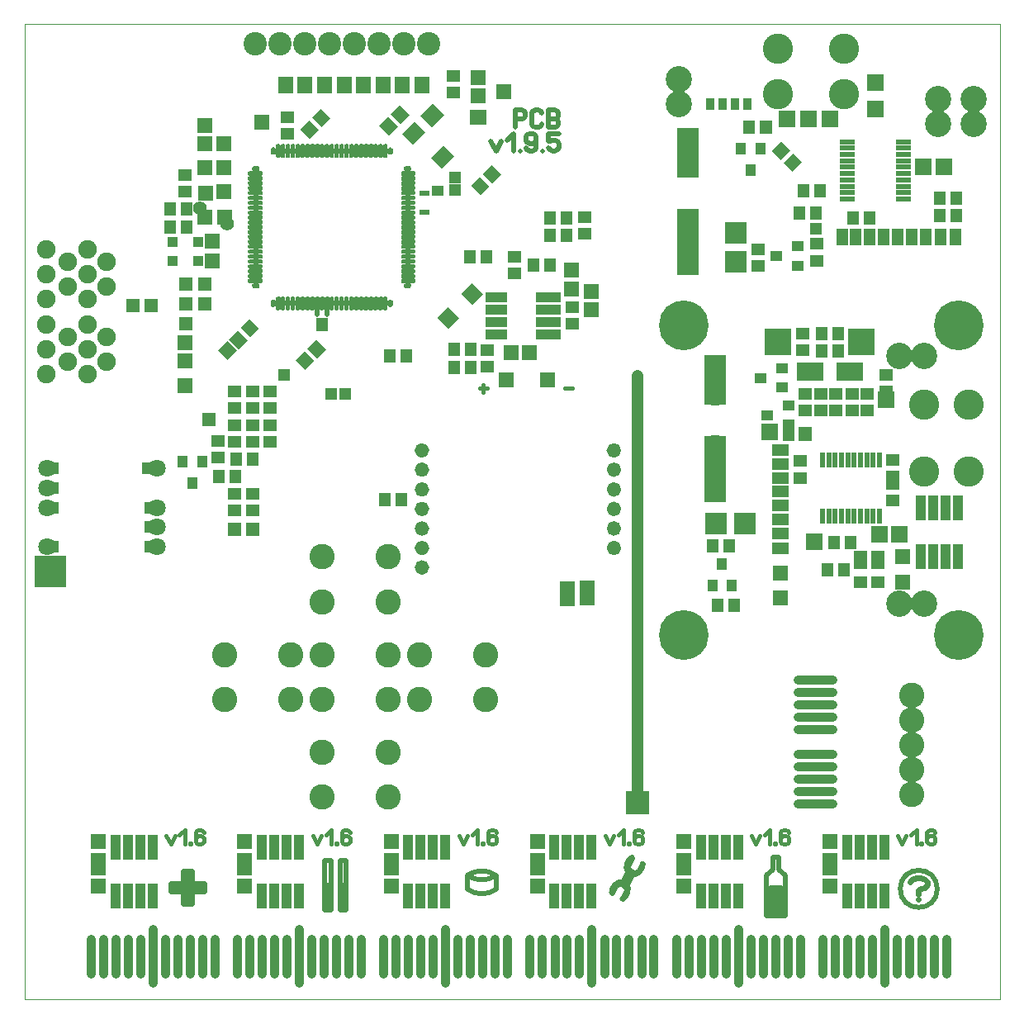
<source format=gbr>
%FSLAX34Y34*%
%MOMM*%
%LNSOLDERMASK_TOP*%
G71*
G01*
%ADD10C, 0.002*%
%ADD11C, 0.518*%
%ADD12R, 1.600X1.500*%
%ADD13R, 1.100X1.100*%
%ADD14R, 0.500X0.500*%
%ADD15C, 0.200*%
%ADD16C, 0.500*%
%ADD17R, 1.300X1.400*%
%ADD18R, 2.600X1.000*%
%ADD19R, 1.400X1.300*%
%ADD20R, 1.500X1.800*%
%ADD21R, 1.600X1.600*%
%ADD22R, 1.200X1.400*%
%ADD23R, 1.400X1.400*%
%ADD24R, 1.000X1.300*%
%ADD25R, 1.300X1.000*%
%ADD26R, 1.200X1.200*%
%ADD27R, 1.500X1.600*%
%ADD28R, 2.200X1.000*%
%ADD29R, 1.300X1.300*%
%ADD30R, 1.800X1.600*%
%ADD31C, 0.950*%
%ADD32R, 1.000X2.600*%
%ADD33C, 0.454*%
%ADD34C, 0.600*%
%ADD35R, 1.600X2.500*%
%ADD36R, 1.000X0.600*%
%ADD37C, 0.480*%
%ADD38C, 0.597*%
%ADD39C, 0.400*%
%ADD40C, 1.400*%
%ADD41C, 1.900*%
%ADD42C, 1.800*%
%ADD43C, 2.400*%
%ADD44C, 2.600*%
%ADD45C, 1.200*%
%ADD46R, 1.550X0.600*%
%ADD47R, 1.200X1.800*%
%ADD48R, 2.200X2.200*%
%ADD49R, 1.800X1.800*%
%ADD50C, 3.100*%
%ADD51R, 2.200X6.800*%
%ADD52C, 1.700*%
%ADD53R, 2.200X5.200*%
%ADD54C, 2.700*%
%ADD55R, 0.950X1.200*%
%ADD56R, 0.600X1.550*%
%ADD57R, 1.800X1.200*%
%ADD58R, 1.700X1.800*%
%ADD59R, 2.700X1.900*%
%ADD60R, 2.740X2.740*%
%ADD61C, 2.100*%
%ADD62R, 1.400X1.900*%
%ADD63C, 5.100*%
%LPD*%
G54D10*
X250Y50D02*
X1000250Y50D01*
X1000250Y-999950D01*
X250Y-999950D01*
X250Y50D01*
G54D11*
X503422Y-105790D02*
X503422Y-88012D01*
X510089Y-88012D01*
X512756Y-89123D01*
X514089Y-91345D01*
X514089Y-93567D01*
X512756Y-95790D01*
X510089Y-96901D01*
X503422Y-96901D01*
G54D11*
X530978Y-102456D02*
X529645Y-104678D01*
X526978Y-105790D01*
X524311Y-105790D01*
X521645Y-104678D01*
X520311Y-102456D01*
X520311Y-91345D01*
X521645Y-89123D01*
X524311Y-88012D01*
X526978Y-88012D01*
X529645Y-89123D01*
X530978Y-91345D01*
G54D11*
X537200Y-105790D02*
X537200Y-88012D01*
X543867Y-88012D01*
X546534Y-89123D01*
X547867Y-91345D01*
X547867Y-93567D01*
X546534Y-95790D01*
X543867Y-96901D01*
X546534Y-98012D01*
X547867Y-100234D01*
X547867Y-102456D01*
X546534Y-104678D01*
X543867Y-105790D01*
X537200Y-105790D01*
G54D11*
X537200Y-96901D02*
X543867Y-96901D01*
G54D11*
X478453Y-119774D02*
X483786Y-129774D01*
X489119Y-119774D01*
G54D11*
X495342Y-118663D02*
X502008Y-111997D01*
X502008Y-129774D01*
G54D11*
X508231Y-129774D02*
X508231Y-129774D01*
G54D11*
X514453Y-126441D02*
X515786Y-128663D01*
X518453Y-129774D01*
X521119Y-129774D01*
X523786Y-128663D01*
X525119Y-126441D01*
X525119Y-120886D01*
X525119Y-119774D01*
X521119Y-121997D01*
X518453Y-121997D01*
X515786Y-120886D01*
X514453Y-118663D01*
X514453Y-115330D01*
X515786Y-113108D01*
X518453Y-111997D01*
X521119Y-111997D01*
X523786Y-113108D01*
X525119Y-115330D01*
X525119Y-120886D01*
G54D11*
X531342Y-129774D02*
X531342Y-129774D01*
G54D11*
X548230Y-111997D02*
X537564Y-111997D01*
X537564Y-119774D01*
X538897Y-119774D01*
X541564Y-118663D01*
X544230Y-118663D01*
X546897Y-119774D01*
X548230Y-121997D01*
X548230Y-126441D01*
X546897Y-128663D01*
X544230Y-129774D01*
X541564Y-129774D01*
X538897Y-128663D01*
X537564Y-126441D01*
X192665Y-242946D02*
G54D12*
D03*
X192665Y-221946D02*
G54D12*
D03*
X152560Y-223542D02*
G54D13*
D03*
X152560Y-242592D02*
G54D13*
D03*
X178674Y-242592D02*
G54D13*
D03*
X178722Y-223484D02*
G54D13*
D03*
G36*
X372839Y-127502D02*
X377839Y-127501D01*
X377840Y-132501D01*
X372840Y-132502D01*
X372839Y-127502D01*
G37*
G36*
X367839Y-127501D02*
X372839Y-127501D01*
X372840Y-132501D01*
X367840Y-132501D01*
X367839Y-127501D01*
G37*
X365339Y-130001D02*
G54D14*
D03*
X360339Y-130001D02*
G54D14*
D03*
X355340Y-130001D02*
G54D14*
D03*
X350339Y-130001D02*
G54D14*
D03*
G36*
X342839Y-127501D02*
X347839Y-127501D01*
X347840Y-132501D01*
X342840Y-132501D01*
X342839Y-127501D01*
G37*
X340339Y-130001D02*
G54D14*
D03*
X335340Y-130001D02*
G54D14*
D03*
X330340Y-130001D02*
G54D14*
D03*
X325339Y-130001D02*
G54D14*
D03*
G36*
X317839Y-127502D02*
X322839Y-127501D01*
X322840Y-132501D01*
X317840Y-132502D01*
X317839Y-127502D01*
G37*
X315339Y-130001D02*
G54D14*
D03*
X310339Y-130001D02*
G54D14*
D03*
X305339Y-130001D02*
G54D14*
D03*
X300340Y-130001D02*
G54D14*
D03*
X295339Y-130001D02*
G54D14*
D03*
G36*
X287839Y-127501D02*
X292839Y-127501D01*
X292840Y-132501D01*
X287840Y-132501D01*
X287839Y-127501D01*
G37*
G36*
X282839Y-127501D02*
X287839Y-127501D01*
X287840Y-132501D01*
X282840Y-132501D01*
X282839Y-127501D01*
G37*
X280339Y-130001D02*
G54D14*
D03*
X275340Y-130001D02*
G54D14*
D03*
X270340Y-130001D02*
G54D14*
D03*
G36*
X262839Y-127502D02*
X267839Y-127501D01*
X267840Y-132501D01*
X262840Y-132502D01*
X262839Y-127502D01*
G37*
X260340Y-130001D02*
G54D14*
D03*
G36*
X252839Y-127502D02*
X257839Y-127501D01*
X257840Y-132501D01*
X252840Y-132502D01*
X252839Y-127502D01*
G37*
G36*
X375834Y-126970D02*
X376834Y-127970D01*
X376834Y-132470D01*
X376334Y-132970D01*
X374334Y-132970D01*
X373834Y-132470D01*
X373834Y-127970D01*
X374834Y-126970D01*
X375834Y-126970D01*
G37*
G54D15*
X375834Y-126970D02*
X376834Y-127970D01*
X376834Y-132470D01*
X376334Y-132970D01*
X374334Y-132970D01*
X373834Y-132470D01*
X373834Y-127970D01*
X374834Y-126970D01*
X375834Y-126970D01*
G36*
X255834Y-126970D02*
X256834Y-127970D01*
X256834Y-132470D01*
X256334Y-132970D01*
X254334Y-132970D01*
X253834Y-132470D01*
X253834Y-127970D01*
X254834Y-126970D01*
X255834Y-126970D01*
G37*
G54D15*
X255834Y-126970D02*
X256834Y-127970D01*
X256834Y-132470D01*
X256334Y-132970D01*
X254334Y-132970D01*
X253834Y-132470D01*
X253834Y-127970D01*
X254834Y-126970D01*
X255834Y-126970D01*
G36*
X365834Y-122970D02*
X366834Y-123970D01*
X366834Y-135470D01*
X366334Y-135970D01*
X364334Y-135970D01*
X363834Y-135470D01*
X363834Y-123970D01*
X364834Y-122970D01*
X365834Y-122970D01*
G37*
G54D15*
X365834Y-122970D02*
X366834Y-123970D01*
X366834Y-135470D01*
X366334Y-135970D01*
X364334Y-135970D01*
X363834Y-135470D01*
X363834Y-123970D01*
X364834Y-122970D01*
X365834Y-122970D01*
G36*
X360834Y-122970D02*
X361834Y-123970D01*
X361834Y-135470D01*
X361334Y-135970D01*
X359334Y-135970D01*
X358834Y-135470D01*
X358834Y-123970D01*
X359834Y-122970D01*
X360834Y-122970D01*
G37*
G54D15*
X360834Y-122970D02*
X361834Y-123970D01*
X361834Y-135470D01*
X361334Y-135970D01*
X359334Y-135970D01*
X358834Y-135470D01*
X358834Y-123970D01*
X359834Y-122970D01*
X360834Y-122970D01*
G36*
X355834Y-122970D02*
X356834Y-123970D01*
X356834Y-135470D01*
X356334Y-135970D01*
X354334Y-135970D01*
X353834Y-135470D01*
X353834Y-123970D01*
X354834Y-122970D01*
X355834Y-122970D01*
G37*
G54D15*
X355834Y-122970D02*
X356834Y-123970D01*
X356834Y-135470D01*
X356334Y-135970D01*
X354334Y-135970D01*
X353834Y-135470D01*
X353834Y-123970D01*
X354834Y-122970D01*
X355834Y-122970D01*
G36*
X350834Y-122970D02*
X351834Y-123970D01*
X351834Y-135470D01*
X351334Y-135970D01*
X349334Y-135970D01*
X348834Y-135470D01*
X348834Y-123970D01*
X349834Y-122970D01*
X350834Y-122970D01*
G37*
G54D15*
X350834Y-122970D02*
X351834Y-123970D01*
X351834Y-135470D01*
X351334Y-135970D01*
X349334Y-135970D01*
X348834Y-135470D01*
X348834Y-123970D01*
X349834Y-122970D01*
X350834Y-122970D01*
G36*
X345834Y-122970D02*
X346834Y-123970D01*
X346834Y-135470D01*
X346334Y-135970D01*
X344334Y-135970D01*
X343834Y-135470D01*
X343834Y-123970D01*
X344834Y-122970D01*
X345834Y-122970D01*
G37*
G54D15*
X345834Y-122970D02*
X346834Y-123970D01*
X346834Y-135470D01*
X346334Y-135970D01*
X344334Y-135970D01*
X343834Y-135470D01*
X343834Y-123970D01*
X344834Y-122970D01*
X345834Y-122970D01*
G36*
X340834Y-122970D02*
X341834Y-123970D01*
X341834Y-135470D01*
X341334Y-135970D01*
X339334Y-135970D01*
X338834Y-135470D01*
X338834Y-123970D01*
X339834Y-122970D01*
X340834Y-122970D01*
G37*
G54D15*
X340834Y-122970D02*
X341834Y-123970D01*
X341834Y-135470D01*
X341334Y-135970D01*
X339334Y-135970D01*
X338834Y-135470D01*
X338834Y-123970D01*
X339834Y-122970D01*
X340834Y-122970D01*
G36*
X335834Y-122970D02*
X336834Y-123970D01*
X336834Y-135470D01*
X336334Y-135970D01*
X334334Y-135970D01*
X333834Y-135470D01*
X333834Y-123970D01*
X334834Y-122970D01*
X335834Y-122970D01*
G37*
G54D15*
X335834Y-122970D02*
X336834Y-123970D01*
X336834Y-135470D01*
X336334Y-135970D01*
X334334Y-135970D01*
X333834Y-135470D01*
X333834Y-123970D01*
X334834Y-122970D01*
X335834Y-122970D01*
G36*
X330834Y-122970D02*
X331834Y-123970D01*
X331834Y-135470D01*
X331334Y-135970D01*
X329334Y-135970D01*
X328834Y-135470D01*
X328834Y-123970D01*
X329834Y-122970D01*
X330834Y-122970D01*
G37*
G54D15*
X330834Y-122970D02*
X331834Y-123970D01*
X331834Y-135470D01*
X331334Y-135970D01*
X329334Y-135970D01*
X328834Y-135470D01*
X328834Y-123970D01*
X329834Y-122970D01*
X330834Y-122970D01*
G36*
X325834Y-122970D02*
X326834Y-123970D01*
X326834Y-135470D01*
X326334Y-135970D01*
X324334Y-135970D01*
X323834Y-135470D01*
X323834Y-123970D01*
X324834Y-122970D01*
X325834Y-122970D01*
G37*
G54D15*
X325834Y-122970D02*
X326834Y-123970D01*
X326834Y-135470D01*
X326334Y-135970D01*
X324334Y-135970D01*
X323834Y-135470D01*
X323834Y-123970D01*
X324834Y-122970D01*
X325834Y-122970D01*
G36*
X320834Y-122970D02*
X321834Y-123970D01*
X321834Y-135470D01*
X321334Y-135970D01*
X319334Y-135970D01*
X318834Y-135470D01*
X318834Y-123970D01*
X319834Y-122970D01*
X320834Y-122970D01*
G37*
G54D15*
X320834Y-122970D02*
X321834Y-123970D01*
X321834Y-135470D01*
X321334Y-135970D01*
X319334Y-135970D01*
X318834Y-135470D01*
X318834Y-123970D01*
X319834Y-122970D01*
X320834Y-122970D01*
G36*
X315834Y-122970D02*
X316834Y-123970D01*
X316834Y-135470D01*
X316334Y-135970D01*
X314334Y-135970D01*
X313834Y-135470D01*
X313834Y-123970D01*
X314834Y-122970D01*
X315834Y-122970D01*
G37*
G54D15*
X315834Y-122970D02*
X316834Y-123970D01*
X316834Y-135470D01*
X316334Y-135970D01*
X314334Y-135970D01*
X313834Y-135470D01*
X313834Y-123970D01*
X314834Y-122970D01*
X315834Y-122970D01*
G36*
X310834Y-122970D02*
X311834Y-123970D01*
X311834Y-135470D01*
X311334Y-135970D01*
X309334Y-135970D01*
X308834Y-135470D01*
X308834Y-123970D01*
X309834Y-122970D01*
X310834Y-122970D01*
G37*
G54D15*
X310834Y-122970D02*
X311834Y-123970D01*
X311834Y-135470D01*
X311334Y-135970D01*
X309334Y-135970D01*
X308834Y-135470D01*
X308834Y-123970D01*
X309834Y-122970D01*
X310834Y-122970D01*
G36*
X305834Y-122970D02*
X306834Y-123970D01*
X306834Y-135470D01*
X306334Y-135970D01*
X304334Y-135970D01*
X303834Y-135470D01*
X303834Y-123970D01*
X304834Y-122970D01*
X305834Y-122970D01*
G37*
G54D15*
X305834Y-122970D02*
X306834Y-123970D01*
X306834Y-135470D01*
X306334Y-135970D01*
X304334Y-135970D01*
X303834Y-135470D01*
X303834Y-123970D01*
X304834Y-122970D01*
X305834Y-122970D01*
G36*
X300834Y-122970D02*
X301834Y-123970D01*
X301834Y-135470D01*
X301334Y-135970D01*
X299334Y-135970D01*
X298834Y-135470D01*
X298834Y-123970D01*
X299834Y-122970D01*
X300834Y-122970D01*
G37*
G54D15*
X300834Y-122970D02*
X301834Y-123970D01*
X301834Y-135470D01*
X301334Y-135970D01*
X299334Y-135970D01*
X298834Y-135470D01*
X298834Y-123970D01*
X299834Y-122970D01*
X300834Y-122970D01*
G36*
X295834Y-122970D02*
X296834Y-123970D01*
X296834Y-135470D01*
X296334Y-135970D01*
X294334Y-135970D01*
X293834Y-135470D01*
X293834Y-123970D01*
X294834Y-122970D01*
X295834Y-122970D01*
G37*
G54D15*
X295834Y-122970D02*
X296834Y-123970D01*
X296834Y-135470D01*
X296334Y-135970D01*
X294334Y-135970D01*
X293834Y-135470D01*
X293834Y-123970D01*
X294834Y-122970D01*
X295834Y-122970D01*
G36*
X290834Y-122970D02*
X291834Y-123970D01*
X291834Y-135470D01*
X291334Y-135970D01*
X289334Y-135970D01*
X288834Y-135470D01*
X288834Y-123970D01*
X289834Y-122970D01*
X290834Y-122970D01*
G37*
G54D15*
X290834Y-122970D02*
X291834Y-123970D01*
X291834Y-135470D01*
X291334Y-135970D01*
X289334Y-135970D01*
X288834Y-135470D01*
X288834Y-123970D01*
X289834Y-122970D01*
X290834Y-122970D01*
G36*
X285834Y-122970D02*
X286834Y-123970D01*
X286834Y-135470D01*
X286334Y-135970D01*
X284334Y-135970D01*
X283834Y-135470D01*
X283834Y-123970D01*
X284834Y-122970D01*
X285834Y-122970D01*
G37*
G54D15*
X285834Y-122970D02*
X286834Y-123970D01*
X286834Y-135470D01*
X286334Y-135970D01*
X284334Y-135970D01*
X283834Y-135470D01*
X283834Y-123970D01*
X284834Y-122970D01*
X285834Y-122970D01*
G36*
X280834Y-122970D02*
X281834Y-123970D01*
X281834Y-135470D01*
X281334Y-135970D01*
X279334Y-135970D01*
X278834Y-135470D01*
X278834Y-123970D01*
X279834Y-122970D01*
X280834Y-122970D01*
G37*
G54D15*
X280834Y-122970D02*
X281834Y-123970D01*
X281834Y-135470D01*
X281334Y-135970D01*
X279334Y-135970D01*
X278834Y-135470D01*
X278834Y-123970D01*
X279834Y-122970D01*
X280834Y-122970D01*
G36*
X275834Y-122970D02*
X276834Y-123970D01*
X276834Y-135470D01*
X276334Y-135970D01*
X274334Y-135970D01*
X273834Y-135470D01*
X273834Y-123970D01*
X274834Y-122970D01*
X275834Y-122970D01*
G37*
G54D15*
X275834Y-122970D02*
X276834Y-123970D01*
X276834Y-135470D01*
X276334Y-135970D01*
X274334Y-135970D01*
X273834Y-135470D01*
X273834Y-123970D01*
X274834Y-122970D01*
X275834Y-122970D01*
G36*
X270834Y-122970D02*
X271834Y-123970D01*
X271834Y-135470D01*
X271334Y-135970D01*
X269334Y-135970D01*
X268834Y-135470D01*
X268834Y-123970D01*
X269834Y-122970D01*
X270834Y-122970D01*
G37*
G54D15*
X270834Y-122970D02*
X271834Y-123970D01*
X271834Y-135470D01*
X271334Y-135970D01*
X269334Y-135970D01*
X268834Y-135470D01*
X268834Y-123970D01*
X269834Y-122970D01*
X270834Y-122970D01*
G36*
X265834Y-122970D02*
X266834Y-123970D01*
X266834Y-135470D01*
X266334Y-135970D01*
X264334Y-135970D01*
X263834Y-135470D01*
X263834Y-123970D01*
X264834Y-122970D01*
X265834Y-122970D01*
G37*
G54D15*
X265834Y-122970D02*
X266834Y-123970D01*
X266834Y-135470D01*
X266334Y-135970D01*
X264334Y-135970D01*
X263834Y-135470D01*
X263834Y-123970D01*
X264834Y-122970D01*
X265834Y-122970D01*
G36*
X260834Y-122970D02*
X261834Y-123970D01*
X261834Y-135470D01*
X261334Y-135970D01*
X259334Y-135970D01*
X258834Y-135470D01*
X258834Y-123970D01*
X259834Y-122970D01*
X260834Y-122970D01*
G37*
G54D15*
X260834Y-122970D02*
X261834Y-123970D01*
X261834Y-135470D01*
X261334Y-135970D01*
X259334Y-135970D01*
X258834Y-135470D01*
X258834Y-123970D01*
X259834Y-122970D01*
X260834Y-122970D01*
G36*
X370834Y-122970D02*
X371834Y-123970D01*
X371834Y-135470D01*
X371334Y-135970D01*
X369334Y-135970D01*
X368834Y-135470D01*
X368834Y-123970D01*
X369834Y-122970D01*
X370834Y-122970D01*
G37*
G54D15*
X370834Y-122970D02*
X371834Y-123970D01*
X371834Y-135470D01*
X371334Y-135970D01*
X369334Y-135970D01*
X368834Y-135470D01*
X368834Y-123970D01*
X369834Y-122970D01*
X370834Y-122970D01*
X393303Y-267965D02*
G54D14*
D03*
X393303Y-262965D02*
G54D14*
D03*
X393303Y-257965D02*
G54D14*
D03*
X393303Y-252965D02*
G54D14*
D03*
X393303Y-247965D02*
G54D14*
D03*
X393303Y-242965D02*
G54D14*
D03*
X393303Y-237965D02*
G54D14*
D03*
X393303Y-232965D02*
G54D14*
D03*
X393303Y-227965D02*
G54D14*
D03*
X393303Y-222965D02*
G54D14*
D03*
X393303Y-217965D02*
G54D14*
D03*
X393303Y-212965D02*
G54D14*
D03*
X393303Y-207965D02*
G54D14*
D03*
X393303Y-202965D02*
G54D14*
D03*
X393303Y-197965D02*
G54D14*
D03*
X393303Y-192965D02*
G54D14*
D03*
X393303Y-187965D02*
G54D14*
D03*
X393303Y-182965D02*
G54D14*
D03*
X393303Y-177965D02*
G54D14*
D03*
X393303Y-172965D02*
G54D14*
D03*
X393303Y-167965D02*
G54D14*
D03*
X393303Y-162965D02*
G54D14*
D03*
X393303Y-157965D02*
G54D14*
D03*
X393303Y-152965D02*
G54D14*
D03*
X393303Y-147965D02*
G54D14*
D03*
G36*
X396334Y-268470D02*
X395334Y-269470D01*
X390834Y-269470D01*
X390334Y-268970D01*
X390334Y-266970D01*
X390834Y-266470D01*
X395334Y-266470D01*
X396334Y-267470D01*
X396334Y-268470D01*
G37*
G54D15*
X396334Y-268470D02*
X395334Y-269470D01*
X390834Y-269470D01*
X390334Y-268970D01*
X390334Y-266970D01*
X390834Y-266470D01*
X395334Y-266470D01*
X396334Y-267470D01*
X396334Y-268470D01*
G36*
X396334Y-148470D02*
X395334Y-149470D01*
X390834Y-149470D01*
X390334Y-148970D01*
X390334Y-146970D01*
X390834Y-146470D01*
X395334Y-146470D01*
X396334Y-147470D01*
X396334Y-148470D01*
G37*
G54D15*
X396334Y-148470D02*
X395334Y-149470D01*
X390834Y-149470D01*
X390334Y-148970D01*
X390334Y-146970D01*
X390834Y-146470D01*
X395334Y-146470D01*
X396334Y-147470D01*
X396334Y-148470D01*
G36*
X400334Y-258470D02*
X399334Y-259470D01*
X387834Y-259470D01*
X387334Y-258970D01*
X387334Y-256970D01*
X387834Y-256470D01*
X399334Y-256470D01*
X400334Y-257470D01*
X400334Y-258470D01*
G37*
G54D15*
X400334Y-258470D02*
X399334Y-259470D01*
X387834Y-259470D01*
X387334Y-258970D01*
X387334Y-256970D01*
X387834Y-256470D01*
X399334Y-256470D01*
X400334Y-257470D01*
X400334Y-258470D01*
G36*
X400334Y-253470D02*
X399334Y-254470D01*
X387834Y-254470D01*
X387334Y-253970D01*
X387334Y-251970D01*
X387834Y-251470D01*
X399334Y-251470D01*
X400334Y-252470D01*
X400334Y-253470D01*
G37*
G54D15*
X400334Y-253470D02*
X399334Y-254470D01*
X387834Y-254470D01*
X387334Y-253970D01*
X387334Y-251970D01*
X387834Y-251470D01*
X399334Y-251470D01*
X400334Y-252470D01*
X400334Y-253470D01*
G36*
X400334Y-248470D02*
X399334Y-249470D01*
X387834Y-249470D01*
X387334Y-248970D01*
X387334Y-246970D01*
X387834Y-246470D01*
X399334Y-246470D01*
X400334Y-247470D01*
X400334Y-248470D01*
G37*
G54D15*
X400334Y-248470D02*
X399334Y-249470D01*
X387834Y-249470D01*
X387334Y-248970D01*
X387334Y-246970D01*
X387834Y-246470D01*
X399334Y-246470D01*
X400334Y-247470D01*
X400334Y-248470D01*
G36*
X400334Y-243470D02*
X399334Y-244470D01*
X387834Y-244470D01*
X387334Y-243970D01*
X387334Y-241970D01*
X387834Y-241470D01*
X399334Y-241470D01*
X400334Y-242470D01*
X400334Y-243470D01*
G37*
G54D15*
X400334Y-243470D02*
X399334Y-244470D01*
X387834Y-244470D01*
X387334Y-243970D01*
X387334Y-241970D01*
X387834Y-241470D01*
X399334Y-241470D01*
X400334Y-242470D01*
X400334Y-243470D01*
G36*
X400334Y-238470D02*
X399334Y-239470D01*
X387834Y-239470D01*
X387334Y-238970D01*
X387334Y-236970D01*
X387834Y-236470D01*
X399334Y-236470D01*
X400334Y-237470D01*
X400334Y-238470D01*
G37*
G54D15*
X400334Y-238470D02*
X399334Y-239470D01*
X387834Y-239470D01*
X387334Y-238970D01*
X387334Y-236970D01*
X387834Y-236470D01*
X399334Y-236470D01*
X400334Y-237470D01*
X400334Y-238470D01*
G36*
X400334Y-233470D02*
X399334Y-234470D01*
X387834Y-234470D01*
X387334Y-233970D01*
X387334Y-231970D01*
X387834Y-231470D01*
X399334Y-231470D01*
X400334Y-232470D01*
X400334Y-233470D01*
G37*
G54D15*
X400334Y-233470D02*
X399334Y-234470D01*
X387834Y-234470D01*
X387334Y-233970D01*
X387334Y-231970D01*
X387834Y-231470D01*
X399334Y-231470D01*
X400334Y-232470D01*
X400334Y-233470D01*
G36*
X400334Y-228470D02*
X399334Y-229470D01*
X387834Y-229470D01*
X387334Y-228970D01*
X387334Y-226970D01*
X387834Y-226470D01*
X399334Y-226470D01*
X400334Y-227470D01*
X400334Y-228470D01*
G37*
G54D15*
X400334Y-228470D02*
X399334Y-229470D01*
X387834Y-229470D01*
X387334Y-228970D01*
X387334Y-226970D01*
X387834Y-226470D01*
X399334Y-226470D01*
X400334Y-227470D01*
X400334Y-228470D01*
G36*
X400334Y-223470D02*
X399334Y-224470D01*
X387834Y-224470D01*
X387334Y-223970D01*
X387334Y-221970D01*
X387834Y-221470D01*
X399334Y-221470D01*
X400334Y-222470D01*
X400334Y-223470D01*
G37*
G54D15*
X400334Y-223470D02*
X399334Y-224470D01*
X387834Y-224470D01*
X387334Y-223970D01*
X387334Y-221970D01*
X387834Y-221470D01*
X399334Y-221470D01*
X400334Y-222470D01*
X400334Y-223470D01*
G36*
X400334Y-218470D02*
X399334Y-219470D01*
X387834Y-219470D01*
X387334Y-218970D01*
X387334Y-216970D01*
X387834Y-216470D01*
X399334Y-216470D01*
X400334Y-217470D01*
X400334Y-218470D01*
G37*
G54D15*
X400334Y-218470D02*
X399334Y-219470D01*
X387834Y-219470D01*
X387334Y-218970D01*
X387334Y-216970D01*
X387834Y-216470D01*
X399334Y-216470D01*
X400334Y-217470D01*
X400334Y-218470D01*
G36*
X400334Y-213470D02*
X399334Y-214470D01*
X387834Y-214470D01*
X387334Y-213970D01*
X387334Y-211970D01*
X387834Y-211470D01*
X399334Y-211470D01*
X400334Y-212470D01*
X400334Y-213470D01*
G37*
G54D15*
X400334Y-213470D02*
X399334Y-214470D01*
X387834Y-214470D01*
X387334Y-213970D01*
X387334Y-211970D01*
X387834Y-211470D01*
X399334Y-211470D01*
X400334Y-212470D01*
X400334Y-213470D01*
G36*
X400334Y-208470D02*
X399334Y-209470D01*
X387834Y-209470D01*
X387334Y-208970D01*
X387334Y-206970D01*
X387834Y-206470D01*
X399334Y-206470D01*
X400334Y-207470D01*
X400334Y-208470D01*
G37*
G54D15*
X400334Y-208470D02*
X399334Y-209470D01*
X387834Y-209470D01*
X387334Y-208970D01*
X387334Y-206970D01*
X387834Y-206470D01*
X399334Y-206470D01*
X400334Y-207470D01*
X400334Y-208470D01*
G36*
X400334Y-203470D02*
X399334Y-204470D01*
X387834Y-204470D01*
X387334Y-203970D01*
X387334Y-201970D01*
X387834Y-201470D01*
X399334Y-201470D01*
X400334Y-202470D01*
X400334Y-203470D01*
G37*
G54D15*
X400334Y-203470D02*
X399334Y-204470D01*
X387834Y-204470D01*
X387334Y-203970D01*
X387334Y-201970D01*
X387834Y-201470D01*
X399334Y-201470D01*
X400334Y-202470D01*
X400334Y-203470D01*
G36*
X400334Y-198470D02*
X399334Y-199470D01*
X387834Y-199470D01*
X387334Y-198970D01*
X387334Y-196970D01*
X387834Y-196470D01*
X399334Y-196470D01*
X400334Y-197470D01*
X400334Y-198470D01*
G37*
G54D15*
X400334Y-198470D02*
X399334Y-199470D01*
X387834Y-199470D01*
X387334Y-198970D01*
X387334Y-196970D01*
X387834Y-196470D01*
X399334Y-196470D01*
X400334Y-197470D01*
X400334Y-198470D01*
G36*
X400334Y-193470D02*
X399334Y-194470D01*
X387834Y-194470D01*
X387334Y-193970D01*
X387334Y-191970D01*
X387834Y-191470D01*
X399334Y-191470D01*
X400334Y-192470D01*
X400334Y-193470D01*
G37*
G54D15*
X400334Y-193470D02*
X399334Y-194470D01*
X387834Y-194470D01*
X387334Y-193970D01*
X387334Y-191970D01*
X387834Y-191470D01*
X399334Y-191470D01*
X400334Y-192470D01*
X400334Y-193470D01*
G36*
X400334Y-188470D02*
X399334Y-189470D01*
X387834Y-189470D01*
X387334Y-188970D01*
X387334Y-186970D01*
X387834Y-186470D01*
X399334Y-186470D01*
X400334Y-187470D01*
X400334Y-188470D01*
G37*
G54D15*
X400334Y-188470D02*
X399334Y-189470D01*
X387834Y-189470D01*
X387334Y-188970D01*
X387334Y-186970D01*
X387834Y-186470D01*
X399334Y-186470D01*
X400334Y-187470D01*
X400334Y-188470D01*
G36*
X400334Y-183470D02*
X399334Y-184470D01*
X387834Y-184470D01*
X387334Y-183970D01*
X387334Y-181970D01*
X387834Y-181470D01*
X399334Y-181470D01*
X400334Y-182470D01*
X400334Y-183470D01*
G37*
G54D15*
X400334Y-183470D02*
X399334Y-184470D01*
X387834Y-184470D01*
X387334Y-183970D01*
X387334Y-181970D01*
X387834Y-181470D01*
X399334Y-181470D01*
X400334Y-182470D01*
X400334Y-183470D01*
G36*
X400334Y-178470D02*
X399334Y-179470D01*
X387834Y-179470D01*
X387334Y-178970D01*
X387334Y-176970D01*
X387834Y-176470D01*
X399334Y-176470D01*
X400334Y-177470D01*
X400334Y-178470D01*
G37*
G54D15*
X400334Y-178470D02*
X399334Y-179470D01*
X387834Y-179470D01*
X387334Y-178970D01*
X387334Y-176970D01*
X387834Y-176470D01*
X399334Y-176470D01*
X400334Y-177470D01*
X400334Y-178470D01*
G36*
X400334Y-173470D02*
X399334Y-174470D01*
X387834Y-174470D01*
X387334Y-173970D01*
X387334Y-171970D01*
X387834Y-171470D01*
X399334Y-171470D01*
X400334Y-172470D01*
X400334Y-173470D01*
G37*
G54D15*
X400334Y-173470D02*
X399334Y-174470D01*
X387834Y-174470D01*
X387334Y-173970D01*
X387334Y-171970D01*
X387834Y-171470D01*
X399334Y-171470D01*
X400334Y-172470D01*
X400334Y-173470D01*
G36*
X400334Y-168470D02*
X399334Y-169470D01*
X387834Y-169470D01*
X387334Y-168970D01*
X387334Y-166970D01*
X387834Y-166470D01*
X399334Y-166470D01*
X400334Y-167470D01*
X400334Y-168470D01*
G37*
G54D15*
X400334Y-168470D02*
X399334Y-169470D01*
X387834Y-169470D01*
X387334Y-168970D01*
X387334Y-166970D01*
X387834Y-166470D01*
X399334Y-166470D01*
X400334Y-167470D01*
X400334Y-168470D01*
G36*
X400334Y-163470D02*
X399334Y-164470D01*
X387834Y-164470D01*
X387334Y-163970D01*
X387334Y-161970D01*
X387834Y-161470D01*
X399334Y-161470D01*
X400334Y-162470D01*
X400334Y-163470D01*
G37*
G54D15*
X400334Y-163470D02*
X399334Y-164470D01*
X387834Y-164470D01*
X387334Y-163970D01*
X387334Y-161970D01*
X387834Y-161470D01*
X399334Y-161470D01*
X400334Y-162470D01*
X400334Y-163470D01*
G36*
X400334Y-158470D02*
X399334Y-159470D01*
X387834Y-159470D01*
X387334Y-158970D01*
X387334Y-156970D01*
X387834Y-156470D01*
X399334Y-156470D01*
X400334Y-157470D01*
X400334Y-158470D01*
G37*
G54D15*
X400334Y-158470D02*
X399334Y-159470D01*
X387834Y-159470D01*
X387334Y-158970D01*
X387334Y-156970D01*
X387834Y-156470D01*
X399334Y-156470D01*
X400334Y-157470D01*
X400334Y-158470D01*
G36*
X400334Y-153470D02*
X399334Y-154470D01*
X387834Y-154470D01*
X387334Y-153970D01*
X387334Y-151970D01*
X387834Y-151470D01*
X399334Y-151470D01*
X400334Y-152470D01*
X400334Y-153470D01*
G37*
G54D15*
X400334Y-153470D02*
X399334Y-154470D01*
X387834Y-154470D01*
X387334Y-153970D01*
X387334Y-151970D01*
X387834Y-151470D01*
X399334Y-151470D01*
X400334Y-152470D01*
X400334Y-153470D01*
G36*
X400334Y-263470D02*
X399334Y-264470D01*
X387834Y-264470D01*
X387334Y-263970D01*
X387334Y-261970D01*
X387834Y-261470D01*
X399334Y-261470D01*
X400334Y-262470D01*
X400334Y-263470D01*
G37*
G54D15*
X400334Y-263470D02*
X399334Y-264470D01*
X387834Y-264470D01*
X387334Y-263970D01*
X387334Y-261970D01*
X387834Y-261470D01*
X399334Y-261470D01*
X400334Y-262470D01*
X400334Y-263470D01*
X255339Y-285939D02*
G54D14*
D03*
X260339Y-285939D02*
G54D14*
D03*
X265339Y-285939D02*
G54D14*
D03*
X270339Y-285939D02*
G54D14*
D03*
X275339Y-285939D02*
G54D14*
D03*
X280339Y-285939D02*
G54D14*
D03*
X285339Y-285939D02*
G54D14*
D03*
X290339Y-285939D02*
G54D14*
D03*
X295339Y-285939D02*
G54D14*
D03*
X300339Y-285939D02*
G54D14*
D03*
X305339Y-285939D02*
G54D14*
D03*
X310340Y-285939D02*
G54D14*
D03*
X315339Y-285939D02*
G54D14*
D03*
X320339Y-285939D02*
G54D14*
D03*
X325339Y-285939D02*
G54D14*
D03*
X330339Y-285939D02*
G54D14*
D03*
X335339Y-285939D02*
G54D14*
D03*
X340340Y-285939D02*
G54D14*
D03*
X345340Y-285939D02*
G54D14*
D03*
X350339Y-285939D02*
G54D14*
D03*
X355339Y-285939D02*
G54D14*
D03*
X360339Y-285939D02*
G54D14*
D03*
X365339Y-285939D02*
G54D14*
D03*
X370339Y-285939D02*
G54D14*
D03*
X375340Y-285939D02*
G54D14*
D03*
G36*
X254834Y-288970D02*
X253834Y-287970D01*
X253834Y-283470D01*
X254334Y-282970D01*
X256334Y-282970D01*
X256834Y-283470D01*
X256834Y-287970D01*
X255834Y-288970D01*
X254834Y-288970D01*
G37*
G54D15*
X254834Y-288970D02*
X253834Y-287970D01*
X253834Y-283470D01*
X254334Y-282970D01*
X256334Y-282970D01*
X256834Y-283470D01*
X256834Y-287970D01*
X255834Y-288970D01*
X254834Y-288970D01*
G36*
X374834Y-288970D02*
X373834Y-287970D01*
X373834Y-283470D01*
X374334Y-282970D01*
X376334Y-282970D01*
X376834Y-283470D01*
X376834Y-287970D01*
X375834Y-288970D01*
X374834Y-288970D01*
G37*
G54D15*
X374834Y-288970D02*
X373834Y-287970D01*
X373834Y-283470D01*
X374334Y-282970D01*
X376334Y-282970D01*
X376834Y-283470D01*
X376834Y-287970D01*
X375834Y-288970D01*
X374834Y-288970D01*
G36*
X264834Y-292970D02*
X263834Y-291970D01*
X263834Y-280470D01*
X264334Y-279970D01*
X266334Y-279970D01*
X266834Y-280470D01*
X266834Y-291970D01*
X265834Y-292970D01*
X264834Y-292970D01*
G37*
G54D15*
X264834Y-292970D02*
X263834Y-291970D01*
X263834Y-280470D01*
X264334Y-279970D01*
X266334Y-279970D01*
X266834Y-280470D01*
X266834Y-291970D01*
X265834Y-292970D01*
X264834Y-292970D01*
G36*
X269834Y-292970D02*
X268834Y-291970D01*
X268834Y-280470D01*
X269334Y-279970D01*
X271334Y-279970D01*
X271834Y-280470D01*
X271834Y-291970D01*
X270834Y-292970D01*
X269834Y-292970D01*
G37*
G54D15*
X269834Y-292970D02*
X268834Y-291970D01*
X268834Y-280470D01*
X269334Y-279970D01*
X271334Y-279970D01*
X271834Y-280470D01*
X271834Y-291970D01*
X270834Y-292970D01*
X269834Y-292970D01*
G36*
X274834Y-292970D02*
X273834Y-291970D01*
X273834Y-280470D01*
X274334Y-279970D01*
X276334Y-279970D01*
X276834Y-280470D01*
X276834Y-291970D01*
X275834Y-292970D01*
X274834Y-292970D01*
G37*
G54D15*
X274834Y-292970D02*
X273834Y-291970D01*
X273834Y-280470D01*
X274334Y-279970D01*
X276334Y-279970D01*
X276834Y-280470D01*
X276834Y-291970D01*
X275834Y-292970D01*
X274834Y-292970D01*
G36*
X279834Y-292970D02*
X278834Y-291970D01*
X278834Y-280470D01*
X279334Y-279970D01*
X281334Y-279970D01*
X281834Y-280470D01*
X281834Y-291970D01*
X280834Y-292970D01*
X279834Y-292970D01*
G37*
G54D15*
X279834Y-292970D02*
X278834Y-291970D01*
X278834Y-280470D01*
X279334Y-279970D01*
X281334Y-279970D01*
X281834Y-280470D01*
X281834Y-291970D01*
X280834Y-292970D01*
X279834Y-292970D01*
G36*
X284834Y-292970D02*
X283834Y-291970D01*
X283834Y-280470D01*
X284334Y-279970D01*
X286334Y-279970D01*
X286834Y-280470D01*
X286834Y-291970D01*
X285834Y-292970D01*
X284834Y-292970D01*
G37*
G54D15*
X284834Y-292970D02*
X283834Y-291970D01*
X283834Y-280470D01*
X284334Y-279970D01*
X286334Y-279970D01*
X286834Y-280470D01*
X286834Y-291970D01*
X285834Y-292970D01*
X284834Y-292970D01*
G36*
X289834Y-292970D02*
X288834Y-291970D01*
X288834Y-280470D01*
X289334Y-279970D01*
X291334Y-279970D01*
X291834Y-280470D01*
X291834Y-291970D01*
X290834Y-292970D01*
X289834Y-292970D01*
G37*
G54D15*
X289834Y-292970D02*
X288834Y-291970D01*
X288834Y-280470D01*
X289334Y-279970D01*
X291334Y-279970D01*
X291834Y-280470D01*
X291834Y-291970D01*
X290834Y-292970D01*
X289834Y-292970D01*
G36*
X294834Y-292970D02*
X293834Y-291970D01*
X293834Y-280470D01*
X294334Y-279970D01*
X296334Y-279970D01*
X296834Y-280470D01*
X296834Y-291970D01*
X295834Y-292970D01*
X294834Y-292970D01*
G37*
G54D15*
X294834Y-292970D02*
X293834Y-291970D01*
X293834Y-280470D01*
X294334Y-279970D01*
X296334Y-279970D01*
X296834Y-280470D01*
X296834Y-291970D01*
X295834Y-292970D01*
X294834Y-292970D01*
G36*
X299834Y-292970D02*
X298834Y-291970D01*
X298834Y-280470D01*
X299334Y-279970D01*
X301334Y-279970D01*
X301834Y-280470D01*
X301834Y-291970D01*
X300834Y-292970D01*
X299834Y-292970D01*
G37*
G54D15*
X299834Y-292970D02*
X298834Y-291970D01*
X298834Y-280470D01*
X299334Y-279970D01*
X301334Y-279970D01*
X301834Y-280470D01*
X301834Y-291970D01*
X300834Y-292970D01*
X299834Y-292970D01*
G36*
X304834Y-292970D02*
X303834Y-291970D01*
X303834Y-280470D01*
X304334Y-279970D01*
X306334Y-279970D01*
X306834Y-280470D01*
X306834Y-291970D01*
X305834Y-292970D01*
X304834Y-292970D01*
G37*
G54D15*
X304834Y-292970D02*
X303834Y-291970D01*
X303834Y-280470D01*
X304334Y-279970D01*
X306334Y-279970D01*
X306834Y-280470D01*
X306834Y-291970D01*
X305834Y-292970D01*
X304834Y-292970D01*
G36*
X309834Y-292970D02*
X308834Y-291970D01*
X308834Y-280470D01*
X309334Y-279970D01*
X311334Y-279970D01*
X311834Y-280470D01*
X311834Y-291970D01*
X310834Y-292970D01*
X309834Y-292970D01*
G37*
G54D15*
X309834Y-292970D02*
X308834Y-291970D01*
X308834Y-280470D01*
X309334Y-279970D01*
X311334Y-279970D01*
X311834Y-280470D01*
X311834Y-291970D01*
X310834Y-292970D01*
X309834Y-292970D01*
G36*
X314834Y-292970D02*
X313834Y-291970D01*
X313834Y-280470D01*
X314334Y-279970D01*
X316334Y-279970D01*
X316834Y-280470D01*
X316834Y-291970D01*
X315834Y-292970D01*
X314834Y-292970D01*
G37*
G54D15*
X314834Y-292970D02*
X313834Y-291970D01*
X313834Y-280470D01*
X314334Y-279970D01*
X316334Y-279970D01*
X316834Y-280470D01*
X316834Y-291970D01*
X315834Y-292970D01*
X314834Y-292970D01*
G36*
X319834Y-292970D02*
X318834Y-291970D01*
X318834Y-280470D01*
X319334Y-279970D01*
X321334Y-279970D01*
X321834Y-280470D01*
X321834Y-291970D01*
X320834Y-292970D01*
X319834Y-292970D01*
G37*
G54D15*
X319834Y-292970D02*
X318834Y-291970D01*
X318834Y-280470D01*
X319334Y-279970D01*
X321334Y-279970D01*
X321834Y-280470D01*
X321834Y-291970D01*
X320834Y-292970D01*
X319834Y-292970D01*
G36*
X324834Y-292970D02*
X323834Y-291970D01*
X323834Y-280470D01*
X324334Y-279970D01*
X326334Y-279970D01*
X326834Y-280470D01*
X326834Y-291970D01*
X325834Y-292970D01*
X324834Y-292970D01*
G37*
G54D15*
X324834Y-292970D02*
X323834Y-291970D01*
X323834Y-280470D01*
X324334Y-279970D01*
X326334Y-279970D01*
X326834Y-280470D01*
X326834Y-291970D01*
X325834Y-292970D01*
X324834Y-292970D01*
G36*
X329834Y-292970D02*
X328834Y-291970D01*
X328834Y-280470D01*
X329334Y-279970D01*
X331334Y-279970D01*
X331834Y-280470D01*
X331834Y-291970D01*
X330834Y-292970D01*
X329834Y-292970D01*
G37*
G54D15*
X329834Y-292970D02*
X328834Y-291970D01*
X328834Y-280470D01*
X329334Y-279970D01*
X331334Y-279970D01*
X331834Y-280470D01*
X331834Y-291970D01*
X330834Y-292970D01*
X329834Y-292970D01*
G36*
X334834Y-292970D02*
X333834Y-291970D01*
X333834Y-280470D01*
X334334Y-279970D01*
X336334Y-279970D01*
X336834Y-280470D01*
X336834Y-291970D01*
X335834Y-292970D01*
X334834Y-292970D01*
G37*
G54D15*
X334834Y-292970D02*
X333834Y-291970D01*
X333834Y-280470D01*
X334334Y-279970D01*
X336334Y-279970D01*
X336834Y-280470D01*
X336834Y-291970D01*
X335834Y-292970D01*
X334834Y-292970D01*
G36*
X339834Y-292970D02*
X338834Y-291970D01*
X338834Y-280470D01*
X339334Y-279970D01*
X341334Y-279970D01*
X341834Y-280470D01*
X341834Y-291970D01*
X340834Y-292970D01*
X339834Y-292970D01*
G37*
G54D15*
X339834Y-292970D02*
X338834Y-291970D01*
X338834Y-280470D01*
X339334Y-279970D01*
X341334Y-279970D01*
X341834Y-280470D01*
X341834Y-291970D01*
X340834Y-292970D01*
X339834Y-292970D01*
G36*
X344834Y-292970D02*
X343834Y-291970D01*
X343834Y-280470D01*
X344334Y-279970D01*
X346334Y-279970D01*
X346834Y-280470D01*
X346834Y-291970D01*
X345834Y-292970D01*
X344834Y-292970D01*
G37*
G54D15*
X344834Y-292970D02*
X343834Y-291970D01*
X343834Y-280470D01*
X344334Y-279970D01*
X346334Y-279970D01*
X346834Y-280470D01*
X346834Y-291970D01*
X345834Y-292970D01*
X344834Y-292970D01*
G36*
X349834Y-292970D02*
X348834Y-291970D01*
X348834Y-280470D01*
X349334Y-279970D01*
X351334Y-279970D01*
X351834Y-280470D01*
X351834Y-291970D01*
X350834Y-292970D01*
X349834Y-292970D01*
G37*
G54D15*
X349834Y-292970D02*
X348834Y-291970D01*
X348834Y-280470D01*
X349334Y-279970D01*
X351334Y-279970D01*
X351834Y-280470D01*
X351834Y-291970D01*
X350834Y-292970D01*
X349834Y-292970D01*
G36*
X354834Y-292970D02*
X353834Y-291970D01*
X353834Y-280470D01*
X354334Y-279970D01*
X356334Y-279970D01*
X356834Y-280470D01*
X356834Y-291970D01*
X355834Y-292970D01*
X354834Y-292970D01*
G37*
G54D15*
X354834Y-292970D02*
X353834Y-291970D01*
X353834Y-280470D01*
X354334Y-279970D01*
X356334Y-279970D01*
X356834Y-280470D01*
X356834Y-291970D01*
X355834Y-292970D01*
X354834Y-292970D01*
G36*
X359834Y-292970D02*
X358834Y-291970D01*
X358834Y-280470D01*
X359334Y-279970D01*
X361334Y-279970D01*
X361834Y-280470D01*
X361834Y-291970D01*
X360834Y-292970D01*
X359834Y-292970D01*
G37*
G54D15*
X359834Y-292970D02*
X358834Y-291970D01*
X358834Y-280470D01*
X359334Y-279970D01*
X361334Y-279970D01*
X361834Y-280470D01*
X361834Y-291970D01*
X360834Y-292970D01*
X359834Y-292970D01*
G36*
X364834Y-292970D02*
X363834Y-291970D01*
X363834Y-280470D01*
X364334Y-279970D01*
X366334Y-279970D01*
X366834Y-280470D01*
X366834Y-291970D01*
X365834Y-292970D01*
X364834Y-292970D01*
G37*
G54D15*
X364834Y-292970D02*
X363834Y-291970D01*
X363834Y-280470D01*
X364334Y-279970D01*
X366334Y-279970D01*
X366834Y-280470D01*
X366834Y-291970D01*
X365834Y-292970D01*
X364834Y-292970D01*
G36*
X369834Y-292970D02*
X368834Y-291970D01*
X368834Y-280470D01*
X369334Y-279970D01*
X371334Y-279970D01*
X371834Y-280470D01*
X371834Y-291970D01*
X370834Y-292970D01*
X369834Y-292970D01*
G37*
G54D15*
X369834Y-292970D02*
X368834Y-291970D01*
X368834Y-280470D01*
X369334Y-279970D01*
X371334Y-279970D01*
X371834Y-280470D01*
X371834Y-291970D01*
X370834Y-292970D01*
X369834Y-292970D01*
G36*
X259834Y-292970D02*
X258834Y-291970D01*
X258834Y-280470D01*
X259334Y-279970D01*
X261334Y-279970D01*
X261834Y-280470D01*
X261834Y-291970D01*
X260834Y-292970D01*
X259834Y-292970D01*
G37*
G54D15*
X259834Y-292970D02*
X258834Y-291970D01*
X258834Y-280470D01*
X259334Y-279970D01*
X261334Y-279970D01*
X261834Y-280470D01*
X261834Y-291970D01*
X260834Y-292970D01*
X259834Y-292970D01*
X237366Y-147975D02*
G54D14*
D03*
X237366Y-152975D02*
G54D14*
D03*
X237366Y-157975D02*
G54D14*
D03*
X237366Y-162975D02*
G54D14*
D03*
X237366Y-167975D02*
G54D14*
D03*
X237366Y-172975D02*
G54D14*
D03*
X237366Y-177975D02*
G54D14*
D03*
X237366Y-182975D02*
G54D14*
D03*
X237366Y-187975D02*
G54D14*
D03*
X237366Y-192975D02*
G54D14*
D03*
X237366Y-197975D02*
G54D14*
D03*
X237366Y-202975D02*
G54D14*
D03*
X237366Y-207975D02*
G54D14*
D03*
X237366Y-212975D02*
G54D14*
D03*
X237366Y-217975D02*
G54D14*
D03*
X237366Y-222975D02*
G54D14*
D03*
X237366Y-227975D02*
G54D14*
D03*
X237366Y-232975D02*
G54D14*
D03*
X237366Y-237975D02*
G54D14*
D03*
X237366Y-242975D02*
G54D14*
D03*
X237366Y-247975D02*
G54D14*
D03*
X237366Y-252975D02*
G54D14*
D03*
X237366Y-257975D02*
G54D14*
D03*
X237366Y-262975D02*
G54D14*
D03*
X237366Y-267975D02*
G54D14*
D03*
G36*
X234334Y-147470D02*
X235334Y-146470D01*
X239834Y-146470D01*
X240334Y-146970D01*
X240334Y-148970D01*
X239834Y-149470D01*
X235334Y-149470D01*
X234334Y-148470D01*
X234334Y-147470D01*
G37*
G54D15*
X234334Y-147470D02*
X235334Y-146470D01*
X239834Y-146470D01*
X240334Y-146970D01*
X240334Y-148970D01*
X239834Y-149470D01*
X235334Y-149470D01*
X234334Y-148470D01*
X234334Y-147470D01*
G36*
X234334Y-267470D02*
X235334Y-266470D01*
X239834Y-266470D01*
X240334Y-266970D01*
X240334Y-268970D01*
X239834Y-269470D01*
X235334Y-269470D01*
X234334Y-268470D01*
X234334Y-267470D01*
G37*
G54D15*
X234334Y-267470D02*
X235334Y-266470D01*
X239834Y-266470D01*
X240334Y-266970D01*
X240334Y-268970D01*
X239834Y-269470D01*
X235334Y-269470D01*
X234334Y-268470D01*
X234334Y-267470D01*
G36*
X230334Y-157470D02*
X231334Y-156470D01*
X242834Y-156470D01*
X243334Y-156970D01*
X243334Y-158970D01*
X242834Y-159470D01*
X231334Y-159470D01*
X230334Y-158470D01*
X230334Y-157470D01*
G37*
G54D15*
X230334Y-157470D02*
X231334Y-156470D01*
X242834Y-156470D01*
X243334Y-156970D01*
X243334Y-158970D01*
X242834Y-159470D01*
X231334Y-159470D01*
X230334Y-158470D01*
X230334Y-157470D01*
G36*
X230334Y-162470D02*
X231334Y-161470D01*
X242834Y-161470D01*
X243334Y-161970D01*
X243334Y-163970D01*
X242834Y-164470D01*
X231334Y-164470D01*
X230334Y-163470D01*
X230334Y-162470D01*
G37*
G54D15*
X230334Y-162470D02*
X231334Y-161470D01*
X242834Y-161470D01*
X243334Y-161970D01*
X243334Y-163970D01*
X242834Y-164470D01*
X231334Y-164470D01*
X230334Y-163470D01*
X230334Y-162470D01*
G36*
X230334Y-167470D02*
X231334Y-166470D01*
X242834Y-166470D01*
X243334Y-166970D01*
X243334Y-168970D01*
X242834Y-169470D01*
X231334Y-169470D01*
X230334Y-168470D01*
X230334Y-167470D01*
G37*
G54D15*
X230334Y-167470D02*
X231334Y-166470D01*
X242834Y-166470D01*
X243334Y-166970D01*
X243334Y-168970D01*
X242834Y-169470D01*
X231334Y-169470D01*
X230334Y-168470D01*
X230334Y-167470D01*
G36*
X230334Y-172470D02*
X231334Y-171470D01*
X242834Y-171470D01*
X243334Y-171970D01*
X243334Y-173970D01*
X242834Y-174470D01*
X231334Y-174470D01*
X230334Y-173470D01*
X230334Y-172470D01*
G37*
G54D15*
X230334Y-172470D02*
X231334Y-171470D01*
X242834Y-171470D01*
X243334Y-171970D01*
X243334Y-173970D01*
X242834Y-174470D01*
X231334Y-174470D01*
X230334Y-173470D01*
X230334Y-172470D01*
G36*
X230334Y-177470D02*
X231334Y-176470D01*
X242834Y-176470D01*
X243334Y-176970D01*
X243334Y-178970D01*
X242834Y-179470D01*
X231334Y-179470D01*
X230334Y-178470D01*
X230334Y-177470D01*
G37*
G54D15*
X230334Y-177470D02*
X231334Y-176470D01*
X242834Y-176470D01*
X243334Y-176970D01*
X243334Y-178970D01*
X242834Y-179470D01*
X231334Y-179470D01*
X230334Y-178470D01*
X230334Y-177470D01*
G36*
X230334Y-182470D02*
X231334Y-181470D01*
X242834Y-181470D01*
X243334Y-181970D01*
X243334Y-183970D01*
X242834Y-184470D01*
X231334Y-184470D01*
X230334Y-183470D01*
X230334Y-182470D01*
G37*
G54D15*
X230334Y-182470D02*
X231334Y-181470D01*
X242834Y-181470D01*
X243334Y-181970D01*
X243334Y-183970D01*
X242834Y-184470D01*
X231334Y-184470D01*
X230334Y-183470D01*
X230334Y-182470D01*
G36*
X230334Y-187470D02*
X231334Y-186470D01*
X242834Y-186470D01*
X243334Y-186970D01*
X243334Y-188970D01*
X242834Y-189470D01*
X231334Y-189470D01*
X230334Y-188470D01*
X230334Y-187470D01*
G37*
G54D15*
X230334Y-187470D02*
X231334Y-186470D01*
X242834Y-186470D01*
X243334Y-186970D01*
X243334Y-188970D01*
X242834Y-189470D01*
X231334Y-189470D01*
X230334Y-188470D01*
X230334Y-187470D01*
G36*
X230334Y-192470D02*
X231334Y-191470D01*
X242834Y-191470D01*
X243334Y-191970D01*
X243334Y-193970D01*
X242834Y-194470D01*
X231334Y-194470D01*
X230334Y-193470D01*
X230334Y-192470D01*
G37*
G54D15*
X230334Y-192470D02*
X231334Y-191470D01*
X242834Y-191470D01*
X243334Y-191970D01*
X243334Y-193970D01*
X242834Y-194470D01*
X231334Y-194470D01*
X230334Y-193470D01*
X230334Y-192470D01*
G36*
X230334Y-197470D02*
X231334Y-196470D01*
X242834Y-196470D01*
X243334Y-196970D01*
X243334Y-198970D01*
X242834Y-199470D01*
X231334Y-199470D01*
X230334Y-198470D01*
X230334Y-197470D01*
G37*
G54D15*
X230334Y-197470D02*
X231334Y-196470D01*
X242834Y-196470D01*
X243334Y-196970D01*
X243334Y-198970D01*
X242834Y-199470D01*
X231334Y-199470D01*
X230334Y-198470D01*
X230334Y-197470D01*
G36*
X230334Y-202470D02*
X231334Y-201470D01*
X242834Y-201470D01*
X243334Y-201970D01*
X243334Y-203970D01*
X242834Y-204470D01*
X231334Y-204470D01*
X230334Y-203470D01*
X230334Y-202470D01*
G37*
G54D15*
X230334Y-202470D02*
X231334Y-201470D01*
X242834Y-201470D01*
X243334Y-201970D01*
X243334Y-203970D01*
X242834Y-204470D01*
X231334Y-204470D01*
X230334Y-203470D01*
X230334Y-202470D01*
G36*
X230334Y-207470D02*
X231334Y-206470D01*
X242834Y-206470D01*
X243334Y-206970D01*
X243334Y-208970D01*
X242834Y-209470D01*
X231334Y-209470D01*
X230334Y-208470D01*
X230334Y-207470D01*
G37*
G54D15*
X230334Y-207470D02*
X231334Y-206470D01*
X242834Y-206470D01*
X243334Y-206970D01*
X243334Y-208970D01*
X242834Y-209470D01*
X231334Y-209470D01*
X230334Y-208470D01*
X230334Y-207470D01*
G36*
X230334Y-212470D02*
X231334Y-211470D01*
X242834Y-211470D01*
X243334Y-211970D01*
X243334Y-213970D01*
X242834Y-214470D01*
X231334Y-214470D01*
X230334Y-213470D01*
X230334Y-212470D01*
G37*
G54D15*
X230334Y-212470D02*
X231334Y-211470D01*
X242834Y-211470D01*
X243334Y-211970D01*
X243334Y-213970D01*
X242834Y-214470D01*
X231334Y-214470D01*
X230334Y-213470D01*
X230334Y-212470D01*
G36*
X230334Y-217470D02*
X231334Y-216470D01*
X242834Y-216470D01*
X243334Y-216970D01*
X243334Y-218970D01*
X242834Y-219470D01*
X231334Y-219470D01*
X230334Y-218470D01*
X230334Y-217470D01*
G37*
G54D15*
X230334Y-217470D02*
X231334Y-216470D01*
X242834Y-216470D01*
X243334Y-216970D01*
X243334Y-218970D01*
X242834Y-219470D01*
X231334Y-219470D01*
X230334Y-218470D01*
X230334Y-217470D01*
G36*
X230334Y-222470D02*
X231334Y-221470D01*
X242834Y-221470D01*
X243334Y-221970D01*
X243334Y-223970D01*
X242834Y-224470D01*
X231334Y-224470D01*
X230334Y-223470D01*
X230334Y-222470D01*
G37*
G54D15*
X230334Y-222470D02*
X231334Y-221470D01*
X242834Y-221470D01*
X243334Y-221970D01*
X243334Y-223970D01*
X242834Y-224470D01*
X231334Y-224470D01*
X230334Y-223470D01*
X230334Y-222470D01*
G36*
X230334Y-227470D02*
X231334Y-226470D01*
X242834Y-226470D01*
X243334Y-226970D01*
X243334Y-228970D01*
X242834Y-229470D01*
X231334Y-229470D01*
X230334Y-228470D01*
X230334Y-227470D01*
G37*
G54D15*
X230334Y-227470D02*
X231334Y-226470D01*
X242834Y-226470D01*
X243334Y-226970D01*
X243334Y-228970D01*
X242834Y-229470D01*
X231334Y-229470D01*
X230334Y-228470D01*
X230334Y-227470D01*
G36*
X230334Y-232470D02*
X231334Y-231470D01*
X242834Y-231470D01*
X243334Y-231970D01*
X243334Y-233970D01*
X242834Y-234470D01*
X231334Y-234470D01*
X230334Y-233470D01*
X230334Y-232470D01*
G37*
G54D15*
X230334Y-232470D02*
X231334Y-231470D01*
X242834Y-231470D01*
X243334Y-231970D01*
X243334Y-233970D01*
X242834Y-234470D01*
X231334Y-234470D01*
X230334Y-233470D01*
X230334Y-232470D01*
G36*
X230334Y-237470D02*
X231334Y-236470D01*
X242834Y-236470D01*
X243334Y-236970D01*
X243334Y-238970D01*
X242834Y-239470D01*
X231334Y-239470D01*
X230334Y-238470D01*
X230334Y-237470D01*
G37*
G54D15*
X230334Y-237470D02*
X231334Y-236470D01*
X242834Y-236470D01*
X243334Y-236970D01*
X243334Y-238970D01*
X242834Y-239470D01*
X231334Y-239470D01*
X230334Y-238470D01*
X230334Y-237470D01*
G36*
X230334Y-242470D02*
X231334Y-241470D01*
X242834Y-241470D01*
X243334Y-241970D01*
X243334Y-243970D01*
X242834Y-244470D01*
X231334Y-244470D01*
X230334Y-243470D01*
X230334Y-242470D01*
G37*
G54D15*
X230334Y-242470D02*
X231334Y-241470D01*
X242834Y-241470D01*
X243334Y-241970D01*
X243334Y-243970D01*
X242834Y-244470D01*
X231334Y-244470D01*
X230334Y-243470D01*
X230334Y-242470D01*
G36*
X230334Y-247470D02*
X231334Y-246470D01*
X242834Y-246470D01*
X243334Y-246970D01*
X243334Y-248970D01*
X242834Y-249470D01*
X231334Y-249470D01*
X230334Y-248470D01*
X230334Y-247470D01*
G37*
G54D15*
X230334Y-247470D02*
X231334Y-246470D01*
X242834Y-246470D01*
X243334Y-246970D01*
X243334Y-248970D01*
X242834Y-249470D01*
X231334Y-249470D01*
X230334Y-248470D01*
X230334Y-247470D01*
G36*
X230334Y-252470D02*
X231334Y-251470D01*
X242834Y-251470D01*
X243334Y-251970D01*
X243334Y-253970D01*
X242834Y-254470D01*
X231334Y-254470D01*
X230334Y-253470D01*
X230334Y-252470D01*
G37*
G54D15*
X230334Y-252470D02*
X231334Y-251470D01*
X242834Y-251470D01*
X243334Y-251970D01*
X243334Y-253970D01*
X242834Y-254470D01*
X231334Y-254470D01*
X230334Y-253470D01*
X230334Y-252470D01*
G36*
X230334Y-257470D02*
X231334Y-256470D01*
X242834Y-256470D01*
X243334Y-256970D01*
X243334Y-258970D01*
X242834Y-259470D01*
X231334Y-259470D01*
X230334Y-258470D01*
X230334Y-257470D01*
G37*
G54D15*
X230334Y-257470D02*
X231334Y-256470D01*
X242834Y-256470D01*
X243334Y-256970D01*
X243334Y-258970D01*
X242834Y-259470D01*
X231334Y-259470D01*
X230334Y-258470D01*
X230334Y-257470D01*
G36*
X230334Y-262470D02*
X231334Y-261470D01*
X242834Y-261470D01*
X243334Y-261970D01*
X243334Y-263970D01*
X242834Y-264470D01*
X231334Y-264470D01*
X230334Y-263470D01*
X230334Y-262470D01*
G37*
G54D15*
X230334Y-262470D02*
X231334Y-261470D01*
X242834Y-261470D01*
X243334Y-261970D01*
X243334Y-263970D01*
X242834Y-264470D01*
X231334Y-264470D01*
X230334Y-263470D01*
X230334Y-262470D01*
G36*
X230334Y-152470D02*
X231334Y-151470D01*
X242834Y-151470D01*
X243334Y-151970D01*
X243334Y-153970D01*
X242834Y-154470D01*
X231334Y-154470D01*
X230334Y-153470D01*
X230334Y-152470D01*
G37*
G54D15*
X230334Y-152470D02*
X231334Y-151470D01*
X242834Y-151470D01*
X243334Y-151970D01*
X243334Y-153970D01*
X242834Y-154470D01*
X231334Y-154470D01*
X230334Y-153470D01*
X230334Y-152470D01*
G54D16*
G75*
G01X412767Y-436914D02*
G03X412767Y-436914I-5000J0D01*
G01*
G36*
G75*
G01X412767Y-436914D02*
G03X412767Y-436914I-5000J0D01*
G01*
G37*
X412767Y-436914D01*
G54D16*
G75*
G01X412812Y-456609D02*
G03X412812Y-456609I-5000J0D01*
G01*
G36*
G75*
G01X412812Y-456609D02*
G03X412812Y-456609I-5000J0D01*
G01*
G37*
X412812Y-456609D01*
G54D16*
G75*
G01X412812Y-476926D02*
G03X412812Y-476926I-5000J0D01*
G01*
G36*
G75*
G01X412812Y-476926D02*
G03X412812Y-476926I-5000J0D01*
G01*
G37*
X412812Y-476926D01*
G54D16*
G75*
G01X412812Y-496927D02*
G03X412812Y-496927I-5000J0D01*
G01*
G36*
G75*
G01X412812Y-496927D02*
G03X412812Y-496927I-5000J0D01*
G01*
G37*
X412812Y-496927D01*
G54D16*
G75*
G01X412812Y-536926D02*
G03X412812Y-536926I-5000J0D01*
G01*
G36*
G75*
G01X412812Y-536926D02*
G03X412812Y-536926I-5000J0D01*
G01*
G37*
X412812Y-536926D01*
G54D16*
G75*
G01X412812Y-556927D02*
G03X412812Y-556927I-5000J0D01*
G01*
G36*
G75*
G01X412812Y-556927D02*
G03X412812Y-556927I-5000J0D01*
G01*
G37*
X412812Y-556927D01*
G54D16*
G75*
G01X412812Y-516927D02*
G03X412812Y-516927I-5000J0D01*
G01*
G36*
G75*
G01X412812Y-516927D02*
G03X412812Y-516927I-5000J0D01*
G01*
G37*
X412812Y-516927D01*
G54D16*
G75*
G01X609613Y-436914D02*
G03X609613Y-436914I-5000J0D01*
G01*
G36*
G75*
G01X609613Y-436914D02*
G03X609613Y-436914I-5000J0D01*
G01*
G37*
X609613Y-436914D01*
G54D16*
G75*
G01X609658Y-456609D02*
G03X609658Y-456609I-5000J0D01*
G01*
G36*
G75*
G01X609658Y-456609D02*
G03X609658Y-456609I-5000J0D01*
G01*
G37*
X609658Y-456609D01*
G54D16*
G75*
G01X609658Y-476926D02*
G03X609658Y-476926I-5000J0D01*
G01*
G36*
G75*
G01X609658Y-476926D02*
G03X609658Y-476926I-5000J0D01*
G01*
G37*
X609658Y-476926D01*
G54D16*
G75*
G01X609658Y-496926D02*
G03X609658Y-496926I-5000J0D01*
G01*
G36*
G75*
G01X609658Y-496926D02*
G03X609658Y-496926I-5000J0D01*
G01*
G37*
X609658Y-496926D01*
G54D16*
G75*
G01X609658Y-536927D02*
G03X609658Y-536927I-5000J0D01*
G01*
G36*
G75*
G01X609658Y-536927D02*
G03X609658Y-536927I-5000J0D01*
G01*
G37*
X609658Y-536927D01*
X456802Y-238680D02*
G54D17*
D03*
X473802Y-238680D02*
G54D17*
D03*
X556419Y-216521D02*
G54D17*
D03*
X539419Y-216521D02*
G54D17*
D03*
X556419Y-198265D02*
G54D17*
D03*
X539419Y-198265D02*
G54D17*
D03*
G36*
X489193Y-154046D02*
X480001Y-163238D01*
X470101Y-153339D01*
X479293Y-144146D01*
X489193Y-154046D01*
G37*
G36*
X477172Y-166066D02*
X467980Y-175259D01*
X458081Y-165359D01*
X467273Y-156167D01*
X477172Y-166066D01*
G37*
X375113Y-340350D02*
G54D17*
D03*
X392113Y-340346D02*
G54D17*
D03*
G54D16*
G75*
G01X609658Y-516927D02*
G03X609658Y-516927I-5000J0D01*
G01*
G36*
G75*
G01X609658Y-516927D02*
G03X609658Y-516927I-5000J0D01*
G01*
G37*
X609658Y-516927D01*
G36*
X616650Y-809853D02*
X616650Y-785853D01*
X640650Y-785853D01*
X640650Y-809853D01*
X616650Y-809853D01*
G37*
X537421Y-318146D02*
G54D18*
D03*
X537421Y-305446D02*
G54D18*
D03*
X537421Y-292745D02*
G54D18*
D03*
X537421Y-280046D02*
G54D18*
D03*
X269876Y-95535D02*
G54D19*
D03*
X269879Y-112534D02*
G54D19*
D03*
X267900Y-62117D02*
G54D20*
D03*
X287900Y-62117D02*
G54D20*
D03*
X307900Y-62117D02*
G54D20*
D03*
X327900Y-62117D02*
G54D20*
D03*
X347900Y-62117D02*
G54D20*
D03*
X367900Y-62117D02*
G54D20*
D03*
X387900Y-62117D02*
G54D20*
D03*
X407900Y-62087D02*
G54D20*
D03*
G36*
X395129Y-92821D02*
X385936Y-102014D01*
X376037Y-92114D01*
X385229Y-82922D01*
X395129Y-92821D01*
G37*
G36*
X383118Y-104832D02*
X373925Y-114024D01*
X364026Y-104123D01*
X373219Y-94932D01*
X383118Y-104832D01*
G37*
G36*
X314166Y-96393D02*
X304973Y-105585D01*
X295074Y-95686D01*
X304266Y-86493D01*
X314166Y-96393D01*
G37*
G36*
X302153Y-108412D02*
X292959Y-117604D01*
X283061Y-107704D01*
X292254Y-98512D01*
X302153Y-108412D01*
G37*
G36*
X428378Y-147986D02*
X417064Y-136672D01*
X429792Y-123944D01*
X441106Y-135258D01*
X428378Y-147986D01*
G37*
G36*
X417856Y-105397D02*
X406543Y-94083D01*
X419271Y-81355D01*
X430584Y-92669D01*
X417856Y-105397D01*
G37*
X243939Y-100618D02*
G54D21*
D03*
X204648Y-122049D02*
G54D21*
D03*
X185598Y-103792D02*
G54D21*
D03*
X185598Y-122049D02*
G54D21*
D03*
X204648Y-146655D02*
G54D21*
D03*
X185995Y-173246D02*
G54D21*
D03*
X204648Y-171261D02*
G54D21*
D03*
X185598Y-146655D02*
G54D21*
D03*
X205442Y-197852D02*
G54D21*
D03*
G36*
X398806Y-123654D02*
X387493Y-112340D01*
X400221Y-99612D01*
X411534Y-110926D01*
X398806Y-123654D01*
G37*
G36*
X278293Y-344348D02*
X287486Y-335157D01*
X297385Y-345057D01*
X288192Y-354249D01*
X278293Y-344348D01*
G37*
G36*
X290317Y-332329D02*
X299510Y-323137D01*
X309409Y-333036D01*
X300217Y-342229D01*
X290317Y-332329D01*
G37*
X305337Y-307915D02*
G54D22*
D03*
X189405Y-405118D02*
G54D23*
D03*
G36*
X208498Y-344374D02*
X198599Y-334475D01*
X208498Y-324575D01*
X218398Y-334475D01*
X208498Y-344374D01*
G37*
X182552Y-448375D02*
G54D24*
D03*
X172546Y-470370D02*
G54D24*
D03*
X424190Y-170584D02*
G54D25*
D03*
X441414Y-156852D02*
G54D26*
D03*
X539201Y-247247D02*
G54D17*
D03*
X522201Y-247247D02*
G54D17*
D03*
X457480Y-333252D02*
G54D17*
D03*
X440484Y-333248D02*
G54D17*
D03*
X536604Y-364737D02*
G54D27*
D03*
X494059Y-364657D02*
G54D21*
D03*
X561885Y-306636D02*
G54D19*
D03*
X561889Y-289640D02*
G54D19*
D03*
X185201Y-197852D02*
G54D21*
D03*
X561126Y-252248D02*
G54D12*
D03*
X561126Y-271248D02*
G54D12*
D03*
X517951Y-336709D02*
G54D27*
D03*
X498951Y-336709D02*
G54D27*
D03*
X581332Y-273745D02*
G54D12*
D03*
X581332Y-292745D02*
G54D12*
D03*
X483849Y-280045D02*
G54D28*
D03*
X483849Y-292746D02*
G54D28*
D03*
X483849Y-305446D02*
G54D28*
D03*
X483849Y-318145D02*
G54D28*
D03*
X457480Y-351509D02*
G54D17*
D03*
X440484Y-351505D02*
G54D17*
D03*
X574443Y-198034D02*
G54D19*
D03*
X574444Y-215033D02*
G54D19*
D03*
X491327Y-69220D02*
G54D21*
D03*
X314703Y-379028D02*
G54D29*
D03*
X386840Y-487076D02*
G54D17*
D03*
X369840Y-487076D02*
G54D17*
D03*
X440428Y-53238D02*
G54D19*
D03*
X440428Y-70238D02*
G54D19*
D03*
X266471Y-359560D02*
G54D29*
D03*
X465112Y-94987D02*
G54D30*
D03*
X164896Y-370740D02*
G54D21*
D03*
G36*
X241141Y-311732D02*
X231949Y-320924D01*
X222049Y-311024D01*
X231242Y-301832D01*
X241141Y-311732D01*
G37*
G36*
X229117Y-323752D02*
X219924Y-332944D01*
X210025Y-323044D01*
X219218Y-313852D01*
X229117Y-323752D01*
G37*
X198426Y-444406D02*
G54D19*
D03*
X198430Y-427404D02*
G54D19*
D03*
X162546Y-448370D02*
G54D24*
D03*
X233987Y-518007D02*
G54D23*
D03*
X215598Y-517941D02*
G54D23*
D03*
G36*
X434578Y-289800D02*
X445891Y-301114D01*
X434578Y-312428D01*
X423264Y-301114D01*
X434578Y-289800D01*
G37*
G36*
X459184Y-265194D02*
X470498Y-276508D01*
X459184Y-287822D01*
X447870Y-276508D01*
X459184Y-265194D01*
G37*
X149540Y-207514D02*
G54D17*
D03*
X166540Y-207514D02*
G54D17*
D03*
G36*
X775912Y-909787D02*
X775912Y-885578D01*
X765593Y-885578D01*
X765593Y-909787D01*
X775912Y-909787D01*
G37*
G54D16*
X775912Y-909787D02*
X775912Y-885578D01*
X765593Y-885578D01*
X765593Y-909787D01*
X775912Y-909787D01*
G54D16*
X761227Y-914153D02*
X761227Y-872878D01*
X767577Y-866528D01*
X767577Y-853828D01*
X773927Y-853828D01*
X773927Y-866528D01*
X780277Y-872878D01*
X780277Y-914153D01*
X761227Y-914153D01*
G54D31*
X731805Y-927695D02*
X731805Y-982938D01*
X676165Y-837973D02*
G54D12*
D03*
X676162Y-856978D02*
G54D12*
D03*
X676162Y-864966D02*
G54D12*
D03*
X676155Y-883963D02*
G54D12*
D03*
X731805Y-844013D02*
G54D32*
D03*
X719105Y-844012D02*
G54D32*
D03*
X706405Y-844012D02*
G54D32*
D03*
X693705Y-844012D02*
G54D32*
D03*
X693705Y-894012D02*
G54D32*
D03*
X706405Y-894013D02*
G54D32*
D03*
X719105Y-894013D02*
G54D32*
D03*
X731805Y-894013D02*
G54D32*
D03*
G54D31*
X431805Y-927695D02*
X431805Y-982938D01*
X376165Y-837973D02*
G54D12*
D03*
X376162Y-856978D02*
G54D12*
D03*
X376162Y-864966D02*
G54D12*
D03*
X376155Y-883963D02*
G54D12*
D03*
X431805Y-844013D02*
G54D32*
D03*
X419105Y-844012D02*
G54D32*
D03*
X406405Y-844012D02*
G54D32*
D03*
X393705Y-844012D02*
G54D32*
D03*
X393705Y-894012D02*
G54D32*
D03*
X406405Y-894013D02*
G54D32*
D03*
X419105Y-894013D02*
G54D32*
D03*
X431805Y-894013D02*
G54D32*
D03*
G54D16*
G75*
G01X454470Y-886854D02*
G03X483722Y-886854I14626J20888D01*
G01*
G54D16*
G75*
G01X454470Y-872567D02*
G03X483722Y-872567I14626J20889D01*
G01*
G54D16*
X454470Y-886854D02*
X454470Y-872567D01*
G54D16*
X483722Y-886854D02*
X483722Y-872567D01*
G54D16*
G75*
G01X483722Y-872567D02*
G03X454470Y-872567I-14626J-20888D01*
G01*
G54D31*
X881805Y-927695D02*
X881805Y-982938D01*
X826165Y-837973D02*
G54D12*
D03*
X826162Y-856978D02*
G54D12*
D03*
X826162Y-864966D02*
G54D12*
D03*
X826155Y-883963D02*
G54D12*
D03*
G54D33*
X895827Y-832137D02*
X900094Y-840137D01*
X904360Y-832137D01*
G54D33*
X909338Y-831248D02*
X914671Y-825915D01*
X914671Y-840137D01*
G54D33*
X920502Y-840137D02*
X919649Y-840137D01*
X919649Y-839426D01*
X920502Y-839426D01*
X920502Y-840137D01*
X919649Y-840137D01*
G54D33*
X934013Y-828582D02*
X932946Y-826804D01*
X930813Y-825915D01*
X928680Y-825915D01*
X926547Y-826804D01*
X925480Y-828582D01*
X925480Y-833026D01*
X925480Y-833915D01*
X928680Y-832137D01*
X930813Y-832137D01*
X932946Y-833026D01*
X934013Y-834804D01*
X934013Y-837470D01*
X932946Y-839248D01*
X930813Y-840137D01*
X928680Y-840137D01*
X926547Y-839248D01*
X925480Y-837470D01*
X925480Y-833026D01*
X881805Y-844013D02*
G54D32*
D03*
X869105Y-844012D02*
G54D32*
D03*
X856405Y-844012D02*
G54D32*
D03*
X843705Y-844012D02*
G54D32*
D03*
X843705Y-894012D02*
G54D32*
D03*
X856405Y-894013D02*
G54D32*
D03*
X869105Y-894013D02*
G54D32*
D03*
X881805Y-894013D02*
G54D32*
D03*
G54D31*
X581805Y-927695D02*
X581805Y-982938D01*
X526165Y-837973D02*
G54D12*
D03*
X526162Y-856978D02*
G54D12*
D03*
X526162Y-864966D02*
G54D12*
D03*
X526155Y-883963D02*
G54D12*
D03*
X581805Y-844013D02*
G54D32*
D03*
X569105Y-844012D02*
G54D32*
D03*
X556405Y-844012D02*
G54D32*
D03*
X543705Y-844012D02*
G54D32*
D03*
X543705Y-894012D02*
G54D32*
D03*
X556405Y-894013D02*
G54D32*
D03*
X569105Y-894013D02*
G54D32*
D03*
X581805Y-894013D02*
G54D32*
D03*
G54D34*
X634116Y-860792D02*
X629354Y-869041D01*
X625017Y-870203D01*
X619518Y-867028D01*
X618355Y-862691D01*
X623118Y-854442D01*
G54D34*
X622267Y-868616D02*
X614330Y-882364D01*
G54D34*
G75*
G01X623118Y-854442D02*
G03X619092Y-869469I5500J-9527D01*
G01*
G54D34*
G75*
G01X623101Y-871829D02*
G03X634101Y-860829I0J11000D01*
G01*
G54D34*
X613479Y-896538D02*
X618241Y-888289D01*
X617079Y-883952D01*
X611580Y-880776D01*
X607243Y-881939D01*
X602480Y-890188D01*
G54D34*
G75*
G01X613480Y-879188D02*
G03X602480Y-890188I0J-11000D01*
G01*
G54D34*
G75*
G01X613503Y-896506D02*
G03X617529Y-881480I-5500J9526D01*
G01*
G54D34*
X623101Y-871829D02*
X617529Y-881480D01*
G54D34*
X619092Y-869469D02*
X613480Y-879188D01*
G54D31*
X469905Y-938013D02*
X469905Y-973413D01*
G54D31*
X457205Y-938013D02*
X457205Y-973413D01*
G54D31*
X482705Y-938013D02*
X482705Y-973413D01*
G54D31*
X469905Y-938013D02*
X469905Y-973413D01*
G54D31*
X457205Y-938013D02*
X457205Y-973413D01*
G54D31*
X444605Y-938013D02*
X444605Y-973413D01*
G54D31*
X419105Y-938013D02*
X419105Y-973413D01*
G54D31*
X495305Y-938013D02*
X495305Y-973413D01*
G54D31*
X406405Y-938013D02*
X406405Y-973413D01*
G54D31*
X393805Y-938013D02*
X393805Y-973413D01*
G54D31*
X381005Y-938013D02*
X381005Y-973413D01*
G54D31*
X368305Y-938013D02*
X368305Y-973413D01*
G54D31*
X619905Y-938013D02*
X619905Y-973413D01*
G54D31*
X607205Y-938013D02*
X607205Y-973413D01*
G54D31*
X632705Y-938013D02*
X632705Y-973413D01*
G54D31*
X619905Y-938013D02*
X619905Y-973413D01*
G54D31*
X607205Y-938013D02*
X607205Y-973413D01*
G54D31*
X594605Y-938013D02*
X594605Y-973413D01*
G54D31*
X569105Y-938013D02*
X569105Y-973413D01*
G54D31*
X645305Y-938013D02*
X645305Y-973413D01*
G54D31*
X556405Y-938013D02*
X556405Y-973413D01*
G54D31*
X543805Y-938013D02*
X543805Y-973413D01*
G54D31*
X531005Y-938013D02*
X531005Y-973413D01*
G54D31*
X518305Y-938013D02*
X518305Y-973413D01*
G54D31*
X769905Y-938013D02*
X769905Y-973413D01*
G54D31*
X757205Y-938013D02*
X757205Y-973413D01*
G54D31*
X782705Y-938013D02*
X782705Y-973413D01*
G54D31*
X769905Y-938013D02*
X769905Y-973413D01*
G54D31*
X757205Y-938013D02*
X757205Y-973413D01*
G54D31*
X744605Y-938013D02*
X744605Y-973413D01*
G54D31*
X719105Y-938013D02*
X719105Y-973413D01*
G54D31*
X795305Y-938013D02*
X795305Y-973413D01*
G54D31*
X706405Y-938013D02*
X706405Y-973413D01*
G54D31*
X693805Y-938013D02*
X693805Y-973413D01*
G54D31*
X681005Y-938013D02*
X681005Y-973413D01*
G54D31*
X668305Y-938013D02*
X668305Y-973413D01*
G54D31*
X919905Y-938013D02*
X919905Y-973413D01*
G54D31*
X907205Y-938013D02*
X907205Y-973413D01*
G54D31*
X932705Y-938013D02*
X932705Y-973413D01*
G54D31*
X919905Y-938013D02*
X919905Y-973413D01*
G54D31*
X907205Y-938013D02*
X907205Y-973413D01*
G54D31*
X894605Y-938013D02*
X894605Y-973413D01*
G54D31*
X869105Y-938013D02*
X869105Y-973413D01*
G54D31*
X945305Y-938013D02*
X945305Y-973413D01*
G54D31*
X856405Y-938013D02*
X856405Y-973413D01*
G54D31*
X843805Y-938013D02*
X843805Y-973413D01*
G54D31*
X831005Y-938013D02*
X831005Y-973413D01*
G54D31*
X818305Y-938013D02*
X818305Y-973413D01*
G54D33*
X745827Y-832137D02*
X750094Y-840137D01*
X754360Y-832137D01*
G54D33*
X759338Y-831248D02*
X764671Y-825915D01*
X764671Y-840137D01*
G54D33*
X770502Y-840137D02*
X769649Y-840137D01*
X769649Y-839426D01*
X770502Y-839426D01*
X770502Y-840137D01*
X769649Y-840137D01*
G54D33*
X784013Y-828582D02*
X782947Y-826804D01*
X780813Y-825915D01*
X778680Y-825915D01*
X776547Y-826804D01*
X775480Y-828582D01*
X775480Y-833026D01*
X775480Y-833915D01*
X778680Y-832137D01*
X780813Y-832137D01*
X782947Y-833026D01*
X784013Y-834804D01*
X784013Y-837470D01*
X782947Y-839248D01*
X780813Y-840137D01*
X778680Y-840137D01*
X776547Y-839248D01*
X775480Y-837470D01*
X775480Y-833026D01*
G54D33*
X445827Y-832137D02*
X450094Y-840137D01*
X454360Y-832137D01*
G54D33*
X459338Y-831248D02*
X464671Y-825915D01*
X464671Y-840137D01*
G54D33*
X470502Y-840137D02*
X469649Y-840137D01*
X469649Y-839426D01*
X470502Y-839426D01*
X470502Y-840137D01*
X469649Y-840137D01*
G54D33*
X484013Y-828582D02*
X482947Y-826804D01*
X480813Y-825915D01*
X478680Y-825915D01*
X476547Y-826804D01*
X475480Y-828582D01*
X475480Y-833026D01*
X475480Y-833915D01*
X478680Y-832137D01*
X480813Y-832137D01*
X482947Y-833026D01*
X484013Y-834804D01*
X484013Y-837470D01*
X482947Y-839248D01*
X480813Y-840137D01*
X478680Y-840137D01*
X476547Y-839248D01*
X475480Y-837470D01*
X475480Y-833026D01*
G54D33*
X595827Y-832137D02*
X600094Y-840137D01*
X604360Y-832137D01*
G54D33*
X609338Y-831248D02*
X614671Y-825915D01*
X614671Y-840137D01*
G54D33*
X620502Y-840137D02*
X619649Y-840137D01*
X619649Y-839426D01*
X620502Y-839426D01*
X620502Y-840137D01*
X619649Y-840137D01*
G54D33*
X634013Y-828582D02*
X632947Y-826804D01*
X630813Y-825915D01*
X628680Y-825915D01*
X626547Y-826804D01*
X625480Y-828582D01*
X625480Y-833026D01*
X625480Y-833915D01*
X628680Y-832137D01*
X630813Y-832137D01*
X632947Y-833026D01*
X634013Y-834804D01*
X634013Y-837470D01*
X632947Y-839248D01*
X630813Y-840137D01*
X628680Y-840137D01*
X626547Y-839248D01*
X625480Y-837470D01*
X625480Y-833026D01*
G54D31*
X281805Y-927695D02*
X281805Y-982938D01*
X226165Y-837973D02*
G54D12*
D03*
X226162Y-856978D02*
G54D12*
D03*
X226162Y-864966D02*
G54D12*
D03*
X226155Y-883963D02*
G54D12*
D03*
X281805Y-844013D02*
G54D32*
D03*
X269105Y-844012D02*
G54D32*
D03*
X256405Y-844012D02*
G54D32*
D03*
X243705Y-844012D02*
G54D32*
D03*
X243705Y-894012D02*
G54D32*
D03*
X256405Y-894013D02*
G54D32*
D03*
X269105Y-894013D02*
G54D32*
D03*
X281805Y-894013D02*
G54D32*
D03*
G54D31*
X319905Y-938013D02*
X319905Y-973413D01*
G54D31*
X307205Y-938013D02*
X307205Y-973413D01*
G54D31*
X332705Y-938013D02*
X332705Y-973413D01*
G54D31*
X319905Y-938013D02*
X319905Y-973413D01*
G54D31*
X307205Y-938013D02*
X307205Y-973413D01*
G54D31*
X294605Y-938013D02*
X294605Y-973413D01*
G54D31*
X269105Y-938013D02*
X269105Y-973413D01*
G54D31*
X345305Y-938013D02*
X345305Y-973413D01*
G54D31*
X256405Y-938013D02*
X256405Y-973413D01*
G54D31*
X243805Y-938013D02*
X243805Y-973413D01*
G54D31*
X231005Y-938013D02*
X231005Y-973413D01*
G54D31*
X218305Y-938013D02*
X218305Y-973413D01*
G54D33*
X295827Y-832137D02*
X300094Y-840137D01*
X304360Y-832137D01*
G54D33*
X309338Y-831248D02*
X314671Y-825915D01*
X314671Y-840137D01*
G54D33*
X320502Y-840137D02*
X319649Y-840137D01*
X319649Y-839426D01*
X320502Y-839426D01*
X320502Y-840137D01*
X319649Y-840137D01*
G54D33*
X334013Y-828582D02*
X332947Y-826804D01*
X330813Y-825915D01*
X328680Y-825915D01*
X326547Y-826804D01*
X325480Y-828582D01*
X325480Y-833026D01*
X325480Y-833915D01*
X328680Y-832137D01*
X330813Y-832137D01*
X332947Y-833026D01*
X334013Y-834804D01*
X334013Y-837471D01*
X332947Y-839248D01*
X330813Y-840137D01*
X328680Y-840137D01*
X326547Y-839248D01*
X325480Y-837471D01*
X325480Y-833026D01*
G54D31*
X131805Y-927695D02*
X131805Y-982938D01*
X76165Y-837973D02*
G54D12*
D03*
X76162Y-856978D02*
G54D12*
D03*
X76162Y-864966D02*
G54D12*
D03*
X76155Y-883963D02*
G54D12*
D03*
X131805Y-844013D02*
G54D32*
D03*
X119105Y-844012D02*
G54D32*
D03*
X106405Y-844012D02*
G54D32*
D03*
X93705Y-844012D02*
G54D32*
D03*
X93705Y-894012D02*
G54D32*
D03*
X106405Y-894013D02*
G54D32*
D03*
X119105Y-894013D02*
G54D32*
D03*
X131805Y-894013D02*
G54D32*
D03*
G54D31*
X169905Y-938013D02*
X169905Y-973413D01*
G54D31*
X157205Y-938013D02*
X157205Y-973413D01*
G54D31*
X182705Y-938013D02*
X182705Y-973413D01*
G54D31*
X169905Y-938013D02*
X169905Y-973413D01*
G54D31*
X157205Y-938013D02*
X157205Y-973413D01*
G54D31*
X144605Y-938013D02*
X144605Y-973413D01*
G54D31*
X119105Y-938013D02*
X119105Y-973413D01*
G54D31*
X195305Y-938013D02*
X195305Y-973413D01*
G54D31*
X106405Y-938013D02*
X106405Y-973413D01*
G54D31*
X93805Y-938013D02*
X93805Y-973413D01*
G54D31*
X81005Y-938013D02*
X81005Y-973413D01*
G54D31*
X68305Y-938013D02*
X68305Y-973413D01*
G54D33*
X145827Y-832137D02*
X150094Y-840137D01*
X154360Y-832137D01*
G54D33*
X159338Y-831248D02*
X164671Y-825915D01*
X164671Y-840137D01*
G54D33*
X170502Y-840137D02*
X169649Y-840137D01*
X169649Y-839426D01*
X170502Y-839426D01*
X170502Y-840137D01*
X169649Y-840137D01*
G54D33*
X184013Y-828582D02*
X182946Y-826804D01*
X180813Y-825915D01*
X178680Y-825915D01*
X176546Y-826804D01*
X175480Y-828582D01*
X175480Y-833026D01*
X175480Y-833915D01*
X178680Y-832137D01*
X180813Y-832137D01*
X182946Y-833026D01*
X184013Y-834804D01*
X184013Y-837470D01*
X182946Y-839248D01*
X180813Y-840137D01*
X178680Y-840137D01*
X176546Y-839248D01*
X175480Y-837470D01*
X175480Y-833026D01*
X475015Y-351269D02*
G54D19*
D03*
X475019Y-334273D02*
G54D19*
D03*
X502689Y-255184D02*
G54D19*
D03*
X502689Y-238184D02*
G54D19*
D03*
X465112Y-54556D02*
G54D12*
D03*
X465112Y-73556D02*
G54D12*
D03*
G36*
X171546Y-888753D02*
X171546Y-901453D01*
X163609Y-901453D01*
X163609Y-888753D01*
X150909Y-888753D01*
X150909Y-880816D01*
X163609Y-880816D01*
X163609Y-868116D01*
X171546Y-868116D01*
X171546Y-880816D01*
X184247Y-880816D01*
X184247Y-888753D01*
X171546Y-888753D01*
G37*
G54D34*
X171546Y-888753D02*
X171546Y-901453D01*
X163609Y-901453D01*
X163609Y-888753D01*
X150909Y-888753D01*
X150909Y-880816D01*
X163609Y-880816D01*
X163609Y-868116D01*
X171546Y-868116D01*
X171546Y-880816D01*
X184247Y-880816D01*
X184247Y-888753D01*
X171546Y-888753D01*
X557175Y-583473D02*
G54D35*
D03*
X577016Y-583316D02*
G54D35*
D03*
X441414Y-169552D02*
G54D26*
D03*
X410696Y-172965D02*
G54D36*
D03*
X410696Y-192965D02*
G54D36*
D03*
G54D37*
X310340Y-285939D02*
X310337Y-297915D01*
G54D37*
X300339Y-285939D02*
X300337Y-297915D01*
X149540Y-189257D02*
G54D17*
D03*
X166540Y-189257D02*
G54D17*
D03*
X165184Y-154484D02*
G54D19*
D03*
X165184Y-171484D02*
G54D19*
D03*
X252184Y-376626D02*
G54D19*
D03*
X252181Y-393628D02*
G54D19*
D03*
X234325Y-376626D02*
G54D19*
D03*
X234322Y-393628D02*
G54D19*
D03*
X252184Y-410757D02*
G54D19*
D03*
X252181Y-427759D02*
G54D19*
D03*
X234325Y-410757D02*
G54D19*
D03*
X234322Y-427759D02*
G54D19*
D03*
X215604Y-481499D02*
G54D19*
D03*
X215598Y-498504D02*
G54D19*
D03*
X233990Y-481569D02*
G54D19*
D03*
X233987Y-498570D02*
G54D19*
D03*
X215880Y-376647D02*
G54D19*
D03*
X215877Y-393649D02*
G54D19*
D03*
X215877Y-410948D02*
G54D19*
D03*
X215874Y-427950D02*
G54D19*
D03*
X216333Y-463550D02*
G54D17*
D03*
X199328Y-463543D02*
G54D17*
D03*
X234489Y-445694D02*
G54D17*
D03*
X217487Y-445691D02*
G54D17*
D03*
G54D16*
X308052Y-882403D02*
X308052Y-857003D01*
X314402Y-857003D01*
X314402Y-882403D01*
G54D16*
X323927Y-882403D02*
X323927Y-857003D01*
X330277Y-857003D01*
X330277Y-882403D01*
G36*
X308052Y-907803D02*
X308052Y-882403D01*
X314402Y-882403D01*
X314402Y-907803D01*
X308052Y-907803D01*
G37*
G54D16*
X308052Y-907803D02*
X308052Y-882403D01*
X314402Y-882403D01*
X314402Y-907803D01*
X308052Y-907803D01*
G36*
X323927Y-907803D02*
X323927Y-882403D01*
X330277Y-882403D01*
X330277Y-907803D01*
X323927Y-907803D01*
G37*
G54D16*
X323927Y-907803D02*
X323927Y-882403D01*
X330277Y-882403D01*
X330277Y-907803D01*
X323927Y-907803D01*
G54D38*
X917010Y-891952D02*
X917010Y-887786D01*
X919232Y-886397D01*
X923677Y-885008D01*
X925899Y-882230D01*
X925899Y-879452D01*
X923677Y-876674D01*
X919232Y-875286D01*
X914788Y-875286D01*
X910343Y-876674D01*
X908121Y-879452D01*
G54D38*
X917010Y-897508D02*
X917010Y-897508D01*
G54D16*
G75*
G01X936181Y-886397D02*
G03X936181Y-886397I-19000J0D01*
G01*
X328990Y-379028D02*
G54D29*
D03*
G54D39*
X466988Y-373290D02*
X474488Y-373290D01*
G54D39*
X470738Y-369540D02*
X470738Y-377040D01*
G54D39*
X554488Y-373290D02*
X561988Y-373290D01*
X165534Y-266496D02*
G54D23*
D03*
X185534Y-266496D02*
G54D23*
D03*
X165534Y-286893D02*
G54D23*
D03*
X185534Y-286893D02*
G54D23*
D03*
X165534Y-307290D02*
G54D23*
D03*
X164896Y-326340D02*
G54D12*
D03*
X164896Y-345340D02*
G54D12*
D03*
X208359Y-204152D02*
G54D40*
D03*
X180439Y-188327D02*
G54D40*
D03*
X130175Y-288290D02*
G54D23*
D03*
X111175Y-288290D02*
G54D23*
D03*
X22468Y-231000D02*
G54D41*
D03*
X22468Y-256500D02*
G54D41*
D03*
X22468Y-282000D02*
G54D41*
D03*
X22468Y-307500D02*
G54D41*
D03*
X22468Y-333000D02*
G54D41*
D03*
X22468Y-358500D02*
G54D41*
D03*
X64744Y-231000D02*
G54D41*
D03*
X64743Y-256500D02*
G54D41*
D03*
X64743Y-307500D02*
G54D41*
D03*
X64743Y-333000D02*
G54D41*
D03*
X64743Y-358499D02*
G54D41*
D03*
X44743Y-243750D02*
G54D41*
D03*
X44743Y-269250D02*
G54D41*
D03*
X44743Y-345750D02*
G54D41*
D03*
X84745Y-243750D02*
G54D41*
D03*
X84745Y-269250D02*
G54D41*
D03*
X84743Y-345750D02*
G54D41*
D03*
X44743Y-320250D02*
G54D41*
D03*
X84744Y-320250D02*
G54D41*
D03*
X64742Y-282000D02*
G54D41*
D03*
G36*
X42607Y-576674D02*
X10607Y-576674D01*
X10607Y-544674D01*
X42607Y-544674D01*
X42607Y-576674D01*
G37*
G54D16*
G75*
G01X29115Y-535556D02*
G03X29115Y-535556I-6000J0D01*
G01*
G36*
G75*
G01X29115Y-535556D02*
G03X29115Y-535556I-6000J0D01*
G01*
G37*
X29115Y-535556D01*
X129602Y-535555D02*
G54D26*
D03*
X129602Y-515555D02*
G54D26*
D03*
X129602Y-495555D02*
G54D26*
D03*
X126952Y-455555D02*
G54D26*
D03*
X29465Y-495556D02*
G54D26*
D03*
X29465Y-475556D02*
G54D26*
D03*
X29465Y-455556D02*
G54D26*
D03*
X29465Y-535556D02*
G54D26*
D03*
X135952Y-455555D02*
G54D42*
D03*
X135952Y-495555D02*
G54D42*
D03*
X135952Y-515555D02*
G54D42*
D03*
X135952Y-535555D02*
G54D42*
D03*
G54D16*
G75*
G01X140952Y-495555D02*
G03X140952Y-495555I-5000J0D01*
G01*
G36*
G75*
G01X140952Y-495555D02*
G03X140952Y-495555I-5000J0D01*
G01*
G37*
X140952Y-495555D01*
G54D16*
G75*
G01X140952Y-515555D02*
G03X140952Y-515555I-5000J0D01*
G01*
G36*
G75*
G01X140952Y-515555D02*
G03X140952Y-515555I-5000J0D01*
G01*
G37*
X140952Y-515555D01*
G54D16*
G75*
G01X140952Y-515555D02*
G03X140952Y-515555I-5000J0D01*
G01*
G36*
G75*
G01X140952Y-515555D02*
G03X140952Y-515555I-5000J0D01*
G01*
G37*
X140952Y-515555D01*
G54D16*
G75*
G01X28115Y-495556D02*
G03X28115Y-495556I-5000J0D01*
G01*
G36*
G75*
G01X28115Y-495556D02*
G03X28115Y-495556I-5000J0D01*
G01*
G37*
X28115Y-495556D01*
G54D16*
G75*
G01X140952Y-455555D02*
G03X140952Y-455555I-5000J0D01*
G01*
G36*
G75*
G01X140952Y-455555D02*
G03X140952Y-455555I-5000J0D01*
G01*
G37*
X140952Y-455555D01*
G54D16*
G75*
G01X28115Y-475556D02*
G03X28115Y-475556I-5000J0D01*
G01*
G36*
G75*
G01X28115Y-475556D02*
G03X28115Y-475556I-5000J0D01*
G01*
G37*
X28115Y-475556D01*
G54D16*
G75*
G01X28115Y-455556D02*
G03X28115Y-455556I-5000J0D01*
G01*
G36*
G75*
G01X28115Y-455556D02*
G03X28115Y-455556I-5000J0D01*
G01*
G37*
X28115Y-455556D01*
G54D16*
G75*
G01X140952Y-535555D02*
G03X140952Y-535555I-5000J0D01*
G01*
G36*
G75*
G01X140952Y-535555D02*
G03X140952Y-535555I-5000J0D01*
G01*
G37*
X140952Y-535555D01*
X23115Y-455556D02*
G54D42*
D03*
X23115Y-475556D02*
G54D42*
D03*
X23115Y-495556D02*
G54D42*
D03*
X23115Y-535556D02*
G54D42*
D03*
G54D16*
G75*
G01X28115Y-535556D02*
G03X28115Y-535556I-5000J0D01*
G01*
G36*
G75*
G01X28115Y-535556D02*
G03X28115Y-535556I-5000J0D01*
G01*
G37*
X28115Y-535556D01*
X237234Y-20377D02*
G54D43*
D03*
X262635Y-20377D02*
G54D43*
D03*
X288035Y-20377D02*
G54D43*
D03*
X313435Y-20377D02*
G54D43*
D03*
X338835Y-20377D02*
G54D43*
D03*
X364235Y-20377D02*
G54D43*
D03*
X389635Y-20377D02*
G54D43*
D03*
X415035Y-20377D02*
G54D43*
D03*
X305340Y-646096D02*
G54D44*
D03*
X373340Y-646096D02*
G54D44*
D03*
X373340Y-692096D02*
G54D44*
D03*
X305340Y-692096D02*
G54D44*
D03*
X305340Y-746096D02*
G54D44*
D03*
X373340Y-746096D02*
G54D44*
D03*
X373340Y-792096D02*
G54D44*
D03*
X305340Y-792096D02*
G54D44*
D03*
X405340Y-646096D02*
G54D44*
D03*
X473340Y-646096D02*
G54D44*
D03*
X473340Y-692096D02*
G54D44*
D03*
X405340Y-692096D02*
G54D44*
D03*
X205340Y-646096D02*
G54D44*
D03*
X273340Y-646096D02*
G54D44*
D03*
X273340Y-692096D02*
G54D44*
D03*
X205340Y-692096D02*
G54D44*
D03*
X305340Y-546096D02*
G54D44*
D03*
X373340Y-546096D02*
G54D44*
D03*
X373340Y-592096D02*
G54D44*
D03*
X305340Y-592096D02*
G54D44*
D03*
G54D45*
X628650Y-797853D02*
X628650Y-360363D01*
X844085Y-120526D02*
G54D46*
D03*
X844085Y-127026D02*
G54D46*
D03*
X844085Y-133526D02*
G54D46*
D03*
X844085Y-140026D02*
G54D46*
D03*
X844085Y-146526D02*
G54D46*
D03*
X844085Y-153026D02*
G54D46*
D03*
X844085Y-159526D02*
G54D46*
D03*
X844085Y-166026D02*
G54D46*
D03*
X844085Y-172526D02*
G54D46*
D03*
X844085Y-179026D02*
G54D46*
D03*
X901585Y-120526D02*
G54D46*
D03*
X901585Y-127026D02*
G54D46*
D03*
X901585Y-133526D02*
G54D46*
D03*
X901585Y-140026D02*
G54D46*
D03*
X901585Y-146526D02*
G54D46*
D03*
X901585Y-153026D02*
G54D46*
D03*
X901585Y-159526D02*
G54D46*
D03*
X901585Y-166026D02*
G54D46*
D03*
X901585Y-172526D02*
G54D46*
D03*
X901585Y-179026D02*
G54D46*
D03*
X939254Y-218108D02*
G54D47*
D03*
X924175Y-218106D02*
G54D47*
D03*
X909888Y-218106D02*
G54D47*
D03*
X895600Y-218106D02*
G54D47*
D03*
X881312Y-218106D02*
G54D47*
D03*
X867022Y-218108D02*
G54D47*
D03*
X852737Y-218106D02*
G54D47*
D03*
X838450Y-218106D02*
G54D47*
D03*
X792962Y-247475D02*
G54D25*
D03*
X770968Y-237470D02*
G54D25*
D03*
X792968Y-227470D02*
G54D25*
D03*
X752644Y-230475D02*
G54D19*
D03*
X752644Y-247475D02*
G54D19*
D03*
X812242Y-225232D02*
G54D19*
D03*
X812242Y-242232D02*
G54D19*
D03*
X729719Y-214106D02*
G54D48*
D03*
X729719Y-243475D02*
G54D48*
D03*
X815762Y-170482D02*
G54D17*
D03*
X798762Y-170482D02*
G54D17*
D03*
X811794Y-193500D02*
G54D17*
D03*
X794794Y-193500D02*
G54D17*
D03*
X955129Y-218108D02*
G54D47*
D03*
X938462Y-196488D02*
G54D17*
D03*
X955462Y-196488D02*
G54D17*
D03*
X938462Y-178419D02*
G54D17*
D03*
X955462Y-178419D02*
G54D17*
D03*
X921794Y-146352D02*
G54D49*
D03*
X772569Y-25225D02*
G54D50*
D03*
X840569Y-25225D02*
G54D50*
D03*
X840569Y-71225D02*
G54D50*
D03*
X772569Y-71225D02*
G54D50*
D03*
X680246Y-223172D02*
G54D51*
D03*
X680246Y-148026D02*
G54D52*
D03*
X680246Y-198826D02*
G54D52*
D03*
X680246Y-131826D02*
G54D53*
D03*
X754775Y-127309D02*
G54D24*
D03*
X744769Y-149304D02*
G54D24*
D03*
X734769Y-127304D02*
G54D24*
D03*
G36*
X787731Y-151365D02*
X778538Y-142172D01*
X788438Y-132273D01*
X797630Y-141465D01*
X787731Y-151365D01*
G37*
G36*
X775710Y-139344D02*
X766517Y-130152D01*
X776417Y-120252D01*
X785609Y-129444D01*
X775710Y-139344D01*
G37*
X782094Y-96663D02*
G54D49*
D03*
X804319Y-96663D02*
G54D49*
D03*
X826544Y-96663D02*
G54D49*
D03*
X973303Y-76917D02*
G54D54*
D03*
X973303Y-102316D02*
G54D54*
D03*
X943226Y-146352D02*
G54D49*
D03*
X811719Y-209707D02*
G54D29*
D03*
X741205Y-81506D02*
G54D55*
D03*
X728505Y-81506D02*
G54D55*
D03*
X715805Y-81506D02*
G54D55*
D03*
X703105Y-81506D02*
G54D55*
D03*
X743411Y-105646D02*
G54D17*
D03*
G36*
X753911Y-98646D02*
X766911Y-98646D01*
X766911Y-112646D01*
X753911Y-112646D01*
X753911Y-98646D01*
G37*
X671520Y-81506D02*
G54D54*
D03*
X671520Y-56106D02*
G54D54*
D03*
X936790Y-76917D02*
G54D54*
D03*
X936790Y-102316D02*
G54D54*
D03*
X867022Y-198800D02*
G54D17*
D03*
X850022Y-198800D02*
G54D17*
D03*
X872582Y-60150D02*
G54D49*
D03*
X872582Y-87138D02*
G54D49*
D03*
X876969Y-446738D02*
G54D56*
D03*
X870469Y-446738D02*
G54D56*
D03*
X863969Y-446738D02*
G54D56*
D03*
X857469Y-446738D02*
G54D56*
D03*
X850969Y-446738D02*
G54D56*
D03*
X844469Y-446738D02*
G54D56*
D03*
X837969Y-446738D02*
G54D56*
D03*
X831469Y-446738D02*
G54D56*
D03*
X824969Y-446738D02*
G54D56*
D03*
X818469Y-446738D02*
G54D56*
D03*
X876969Y-504238D02*
G54D56*
D03*
X870469Y-504238D02*
G54D56*
D03*
X863969Y-504238D02*
G54D56*
D03*
X857469Y-504238D02*
G54D56*
D03*
X850969Y-504238D02*
G54D56*
D03*
X844469Y-504238D02*
G54D56*
D03*
X837969Y-504238D02*
G54D56*
D03*
X831469Y-504238D02*
G54D56*
D03*
X824970Y-504238D02*
G54D56*
D03*
X818469Y-504238D02*
G54D56*
D03*
X775613Y-537144D02*
G54D57*
D03*
X775614Y-522065D02*
G54D57*
D03*
X775615Y-507778D02*
G54D57*
D03*
X775614Y-493490D02*
G54D57*
D03*
X775614Y-479202D02*
G54D57*
D03*
X775613Y-464912D02*
G54D57*
D03*
X775614Y-450627D02*
G54D57*
D03*
X775614Y-436340D02*
G54D57*
D03*
X848747Y-395938D02*
G54D19*
D03*
X848747Y-378938D02*
G54D19*
D03*
X847404Y-531742D02*
G54D17*
D03*
X830404Y-531742D02*
G54D17*
D03*
X795992Y-464912D02*
G54D19*
D03*
X795992Y-447912D02*
G54D19*
D03*
X875259Y-571595D02*
G54D19*
D03*
X857796Y-571595D02*
G54D19*
D03*
X876969Y-522938D02*
G54D58*
D03*
X897607Y-522938D02*
G54D58*
D03*
X923007Y-340193D02*
G54D54*
D03*
X897607Y-340193D02*
G54D54*
D03*
X923006Y-594193D02*
G54D54*
D03*
X897607Y-594193D02*
G54D54*
D03*
X968349Y-390284D02*
G54D50*
D03*
X968349Y-458284D02*
G54D50*
D03*
X922348Y-458284D02*
G54D50*
D03*
X922348Y-390284D02*
G54D50*
D03*
X883319Y-384825D02*
G54D58*
D03*
X810294Y-530875D02*
G54D58*
D03*
X832326Y-395938D02*
G54D19*
D03*
X832327Y-378938D02*
G54D19*
D03*
X846076Y-356124D02*
G54D59*
D03*
X806076Y-356124D02*
G54D59*
D03*
X816451Y-378938D02*
G54D19*
D03*
X816451Y-395938D02*
G54D19*
D03*
X864178Y-379070D02*
G54D19*
D03*
X864177Y-396070D02*
G54D19*
D03*
X834446Y-334951D02*
G54D17*
D03*
X817446Y-334951D02*
G54D17*
D03*
X834446Y-316853D02*
G54D17*
D03*
X817446Y-316853D02*
G54D17*
D03*
X798588Y-316853D02*
G54D19*
D03*
X798588Y-333853D02*
G54D19*
D03*
X858420Y-325284D02*
G54D60*
D03*
X772695Y-325284D02*
G54D60*
D03*
X705583Y-575145D02*
G54D24*
D03*
X715589Y-553150D02*
G54D24*
D03*
X725588Y-575150D02*
G54D24*
D03*
X722583Y-534826D02*
G54D17*
D03*
X705583Y-534826D02*
G54D17*
D03*
X727826Y-596013D02*
G54D17*
D03*
X710826Y-596012D02*
G54D17*
D03*
X738952Y-511902D02*
G54D48*
D03*
X709583Y-511902D02*
G54D48*
D03*
X708790Y-455619D02*
G54D51*
D03*
X708790Y-380474D02*
G54D61*
D03*
X708790Y-431274D02*
G54D61*
D03*
X708790Y-364274D02*
G54D53*
D03*
X777267Y-372588D02*
G54D25*
D03*
X755272Y-362582D02*
G54D25*
D03*
X777272Y-352582D02*
G54D25*
D03*
X800576Y-378938D02*
G54D19*
D03*
X800576Y-395938D02*
G54D19*
D03*
X775613Y-562540D02*
G54D12*
D03*
X775613Y-587891D02*
G54D12*
D03*
X875258Y-549435D02*
G54D62*
D03*
X857796Y-549435D02*
G54D62*
D03*
X890432Y-446738D02*
G54D19*
D03*
X890432Y-463738D02*
G54D19*
D03*
X783617Y-410688D02*
G54D25*
D03*
X761622Y-400682D02*
G54D25*
D03*
X783622Y-390682D02*
G54D25*
D03*
X783616Y-420213D02*
G54D17*
D03*
G36*
X794117Y-413213D02*
X807117Y-413213D01*
X807117Y-427213D01*
X794117Y-427213D01*
X794117Y-413213D01*
G37*
X764257Y-418163D02*
G54D58*
D03*
X957739Y-495674D02*
G54D32*
D03*
X945039Y-495674D02*
G54D32*
D03*
X932339Y-495674D02*
G54D32*
D03*
X919639Y-495674D02*
G54D32*
D03*
X919639Y-545674D02*
G54D32*
D03*
X932339Y-545674D02*
G54D32*
D03*
X945039Y-545674D02*
G54D32*
D03*
X957739Y-545674D02*
G54D32*
D03*
X901025Y-545951D02*
G54D12*
D03*
X901025Y-572095D02*
G54D12*
D03*
X840936Y-559183D02*
G54D17*
D03*
X823936Y-559182D02*
G54D17*
D03*
X890432Y-487882D02*
G54D19*
D03*
X890432Y-470882D02*
G54D19*
D03*
X958487Y-309022D02*
G54D63*
D03*
X675912Y-626522D02*
G54D63*
D03*
X675912Y-309022D02*
G54D63*
D03*
X958487Y-626522D02*
G54D63*
D03*
X883625Y-359227D02*
G54D19*
D03*
X883624Y-376226D02*
G54D19*
D03*
G54D31*
X828619Y-773684D02*
X793219Y-773684D01*
G54D31*
X828619Y-760984D02*
X793219Y-760984D01*
G54D31*
X828619Y-786484D02*
X793219Y-786484D01*
G54D31*
X828619Y-773684D02*
X793219Y-773684D01*
G54D31*
X828619Y-760984D02*
X793219Y-760984D01*
G54D31*
X828619Y-748384D02*
X793219Y-748384D01*
G54D31*
X828619Y-722884D02*
X793219Y-722884D01*
G54D31*
X828619Y-799084D02*
X793219Y-799084D01*
G54D31*
X828619Y-710184D02*
X793219Y-710184D01*
G54D31*
X828619Y-697584D02*
X793219Y-697584D01*
G54D31*
X828619Y-684784D02*
X793219Y-684784D01*
G54D31*
X828619Y-672084D02*
X793219Y-672084D01*
X909874Y-687944D02*
G54D44*
D03*
X909874Y-713344D02*
G54D44*
D03*
X909874Y-738744D02*
G54D44*
D03*
X909874Y-764144D02*
G54D44*
D03*
X909874Y-789544D02*
G54D44*
D03*
M02*

</source>
